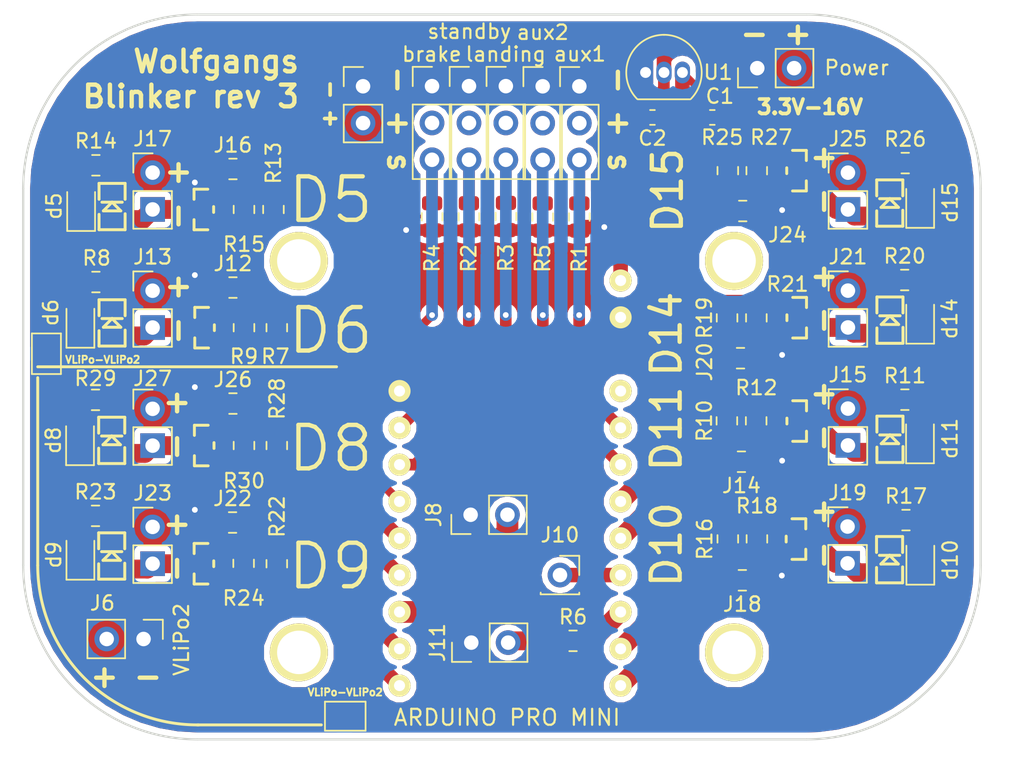
<source format=kicad_pcb>
(kicad_pcb (version 20171130) (host pcbnew 5.0.1)
  (layers (0 F.Cu signal) (31 B.Cu signal) (34 B.Paste user) (35 F.Paste user) (36 B.SilkS user) (37 F.SilkS user) (38 B.Mask user) (39 F.Mask user) (44 Edge.Cuts user))
  (net 0 "")
  (net 1 "Net-(D1-Pad2)")
  (net 2 "Net-(D1-Pad1)")
  (net 3 "Net-(D3-Pad1)")
  (net 4 "Net-(D3-Pad2)")
  (net 5 "Net-(D5-Pad1)")
  (net 6 "Net-(D5-Pad2)")
  (net 7 "Net-(D7-Pad1)")
  (net 8 "Net-(D7-Pad2)")
  (net 9 "Net-(D9-Pad2)")
  (net 10 "Net-(D10-PadA)")
  (net 11 "Net-(D11-Pad2)")
  (net 12 "Net-(D11-Pad1)")
  (net 13 "Net-(D13-Pad1)")
  (net 14 "Net-(D13-Pad2)")
  (net 15 "Net-(D15-Pad2)")
  (net 16 "Net-(D15-Pad1)")
  (net 17 GND)
  (net 18 "Net-(Q1-PadG)")
  (net 19 "Net-(Q2-PadG)")
  (net 20 "Net-(Q3-PadG)")
  (net 21 "Net-(Q4-PadG)")
  (net 22 "Net-(Q5-PadG)")
  (net 23 "Net-(Q6-PadG)")
  (net 24 "Net-(Q7-PadG)")
  (net 25 "Net-(Q8-PadG)")
  (net 26 "Net-(J1-Pad3)")
  (net 27 "Net-(J2-Pad3)")
  (net 28 D6_sig)
  (net 29 D11_sig)
  (net 30 D5_sig)
  (net 31 D10_sig)
  (net 32 D9_sig)
  (net 33 D8_sig)
  (net 34 VLiPo)
  (net 35 D14_sig)
  (net 36 D15_sig)
  (net 37 VLiPo2)
  (net 38 "Net-(J4-Pad3)")
  (net 39 "Net-(J5-Pad3)")
  (net 40 "Net-(J3-Pad3)")
  (net 41 "Net-(R6-Pad2)")
  (net 42 "Net-(J8-Pad2)")
  (net 43 "Net-(J10-Pad1)")
  (net 44 "Net-(J11-Pad2)")
  (net 45 "Net-(C1-Pad1)")
  (module Jumper:SolderJumper-2_P1.3mm_Open_Pad1.0x1.5mm (layer F.Cu) (at 87.6 100.4 270)
    (fp_text reference VLiPo-VLiPo2 (at 0.41 -3.88) (layer F.SilkS) (effects (font (size 0.5 0.5) (thickness 0.125))))
    (fp_text value R)
    (pad 1 smd rect (at -0.65 0 270) (size 1 1.5) (layers F.Cu F.Mask) (net 34 VLiPo))
    (pad 2 smd rect (at 0.65 0 270) (size 1 1.5) (layers F.Cu F.Mask) (net 37 VLiPo2))
  )
  (module Connector_PinHeader_2.54mm:PinHeader_1x02_P2.54mm_Vertical (layer F.Cu) (at 94.9198 112.3442)
    (fp_text reference J23 (at 0 -2.33) (layer F.SilkS))
    (fp_text value output)
    (pad 1 thru_hole oval (at 0 0) (size 1.7 1.7) (drill 1) (layers *.Cu *.Mask) (net 37 VLiPo2))
    (pad 2 thru_hole rect (at 0 2.54) (size 1.7 1.7) (drill 1) (layers *.Cu *.Mask) (net 12 "Net-(D11-Pad1)"))
  )
  (module Connector_PinHeader_2.54mm:PinHeader_1x02_P2.54mm_Vertical (layer F.Cu) (at 142.8496 96.045866)
    (fp_text reference J21 (at 0 -2.33) (layer F.SilkS))
    (fp_text value output)
    (pad 2 thru_hole rect (at 0 2.54) (size 1.7 1.7) (drill 1) (layers *.Cu *.Mask) (net 10 "Net-(D10-PadA)"))
    (pad 1 thru_hole oval (at 0 0) (size 1.7 1.7) (drill 1) (layers *.Cu *.Mask) (net 34 VLiPo))
  )
  (module Connector_PinHeader_2.54mm:PinHeader_1x02_P2.54mm_Vertical (layer F.Cu) (at 142.8242 112.3188)
    (fp_text reference J19 (at 0 -2.33) (layer F.SilkS))
    (fp_text value output)
    (pad 1 thru_hole oval (at 0 0) (size 1.7 1.7) (drill 1) (layers *.Cu *.Mask) (net 34 VLiPo))
    (pad 2 thru_hole rect (at 0 2.54) (size 1.7 1.7) (drill 1) (layers *.Cu *.Mask) (net 7 "Net-(D7-Pad1)"))
  )
  (module Connector_PinHeader_2.54mm:PinHeader_1x02_P2.54mm_Vertical (layer F.Cu) (at 94.9198 87.906401)
    (fp_text reference J17 (at 0 -2.33) (layer F.SilkS))
    (fp_text value output)
    (pad 2 thru_hole rect (at 0 2.54) (size 1.7 1.7) (drill 1) (layers *.Cu *.Mask) (net 5 "Net-(D5-Pad1)"))
    (pad 1 thru_hole oval (at 0 0) (size 1.7 1.7) (drill 1) (layers *.Cu *.Mask) (net 34 VLiPo))
  )
  (module Connector_PinHeader_2.54mm:PinHeader_1x02_P2.54mm_Vertical (layer F.Cu) (at 142.8496 104.182332)
    (fp_text reference J15 (at 0 -2.33) (layer F.SilkS))
    (fp_text value output)
    (pad 1 thru_hole oval (at 0 0) (size 1.7 1.7) (drill 1) (layers *.Cu *.Mask) (net 34 VLiPo))
    (pad 2 thru_hole rect (at 0 2.54) (size 1.7 1.7) (drill 1) (layers *.Cu *.Mask) (net 3 "Net-(D3-Pad1)"))
  )
  (module Connector_PinHeader_2.54mm:PinHeader_1x02_P2.54mm_Vertical (layer F.Cu) (at 94.9198 96.052334)
    (fp_text reference J13 (at 0 -2.33) (layer F.SilkS))
    (fp_text value output)
    (pad 1 thru_hole oval (at 0 0) (size 1.7 1.7) (drill 1) (layers *.Cu *.Mask) (net 34 VLiPo))
    (pad 2 thru_hole rect (at 0 2.54) (size 1.7 1.7) (drill 1) (layers *.Cu *.Mask) (net 2 "Net-(D1-Pad1)"))
  )
  (module Connector_PinHeader_2.54mm:PinHeader_1x02_P2.54mm_Vertical (layer F.Cu) (at 116.88572 120.32488 90)
    (fp_text reference J11 (at 0 -2.33 90) (layer F.SilkS))
    (fp_text value buzz)
    (pad 2 thru_hole oval (at 0 2.54 90) (size 1.7 1.7) (drill 1) (layers *.Cu *.Mask) (net 44 "Net-(J11-Pad2)"))
    (pad 1 thru_hole rect (at 0 0 90) (size 1.7 1.7) (drill 1) (layers *.Cu *.Mask) (net 17 GND))
  )
  (module Connector_PinHeader_2.54mm:PinHeader_1x02_P2.54mm_Vertical (layer F.Cu) (at 142.8496 87.9094)
    (fp_text reference J25 (at 0 -2.33) (layer F.SilkS))
    (fp_text value output)
    (pad 1 thru_hole oval (at 0 0) (size 1.7 1.7) (drill 1) (layers *.Cu *.Mask) (net 34 VLiPo))
    (pad 2 thru_hole rect (at 0 2.54) (size 1.7 1.7) (drill 1) (layers *.Cu *.Mask) (net 13 "Net-(D13-Pad1)"))
  )
  (module Connector_PinHeader_2.54mm:PinHeader_1x02_P2.54mm_Vertical (layer F.Cu) (at 94.29496 120.07596 270)
    (fp_text reference J6 (at -2.47596 2.83496) (layer F.SilkS))
    (fp_text value VLiPo2 (at 0.03404 -2.61504 90) (layer F.SilkS))
    (pad 1 thru_hole rect (at 0 0 270) (size 1.7 1.7) (drill 1) (layers *.Cu *.Mask) (net 17 GND))
    (pad 2 thru_hole oval (at 0 2.54 270) (size 1.7 1.7) (drill 1) (layers *.Cu *.Mask) (net 37 VLiPo2))
  )
  (module Resistor_SMD:R_0805_2012Metric (layer F.Cu) (at 100.4316 112.0394)
    (fp_text reference J22 (at 0 -1.65) (layer F.SilkS))
    (fp_text value Conn_01x02_Female)
    (pad 1 smd roundrect (at -0.9375 0) (size 0.975 1.4) (layers F.Cu F.Paste F.Mask) (net 17 GND))
    (pad 2 smd roundrect (at 0.9375 0) (size 0.975 1.4) (layers F.Cu F.Paste F.Mask) (net 32 D9_sig))
  )
  (module Connector_PinSocket_2.54mm:PinSocket_1x01_P2.54mm_Vertical (layer F.Cu) (at 123 115.66652)
    (fp_text reference J10 (at 0 -2.77) (layer F.SilkS))
    (fp_text value DBG_PIN)
    (pad 1 thru_hole oval (at 0 0) (size 1.7 1.7) (drill 1) (layers *.Cu *.Mask) (net 43 "Net-(J10-Pad1)"))
  )
  (module Resistor_SMD:R_0805_2012Metric (layer F.Cu) (at 100.457 95.8342)
    (fp_text reference J12 (at 0 -1.65) (layer F.SilkS))
    (fp_text value Conn_01x02_Female)
    (pad 2 smd roundrect (at 0.9375 0) (size 0.975 1.4) (layers F.Cu F.Paste F.Mask) (net 28 D6_sig))
    (pad 1 smd roundrect (at -0.9375 0) (size 0.975 1.4) (layers F.Cu F.Paste F.Mask) (net 17 GND))
  )
  (module Resistor_SMD:R_0805_2012Metric (layer F.Cu) (at 135.509 107.8484 180)
    (fp_text reference J14 (at 0 -1.65 180) (layer F.SilkS))
    (fp_text value Conn_01x02_Female)
    (pad 1 smd roundrect (at -0.9375 0 180) (size 0.975 1.4) (layers F.Cu F.Paste F.Mask) (net 17 GND))
    (pad 2 smd roundrect (at 0.9375 0 180) (size 0.975 1.4) (layers F.Cu F.Paste F.Mask) (net 29 D11_sig))
  )
  (module Resistor_SMD:R_0805_2012Metric (layer F.Cu) (at 100.457 87.6554)
    (fp_text reference J16 (at 0 -1.65) (layer F.SilkS))
    (fp_text value Conn_01x02_Female)
    (pad 2 smd roundrect (at 0.9375 0) (size 0.975 1.4) (layers F.Cu F.Paste F.Mask) (net 30 D5_sig))
    (pad 1 smd roundrect (at -0.9375 0) (size 0.975 1.4) (layers F.Cu F.Paste F.Mask) (net 17 GND))
  )
  (module Resistor_SMD:R_0805_2012Metric (layer F.Cu) (at 135.5725 116.0272 180)
    (fp_text reference J18 (at 0 -1.65 180) (layer F.SilkS))
    (fp_text value Conn_01x02_Female)
    (pad 1 smd roundrect (at -0.9375 0 180) (size 0.975 1.4) (layers F.Cu F.Paste F.Mask) (net 17 GND))
    (pad 2 smd roundrect (at 0.9375 0 180) (size 0.975 1.4) (layers F.Cu F.Paste F.Mask) (net 31 D10_sig))
  )
  (module Resistor_SMD:R_0805_2012Metric (layer F.Cu) (at 135.4455 100.7077 180)
    (fp_text reference J20 (at 2.4765 -0.2573 270) (layer F.SilkS))
    (fp_text value Conn_01x02_Female)
    (pad 2 smd roundrect (at 0.9375 0 180) (size 0.975 1.4) (layers F.Cu F.Paste F.Mask) (net 35 D14_sig))
    (pad 1 smd roundrect (at -0.9375 0 180) (size 0.975 1.4) (layers F.Cu F.Paste F.Mask) (net 17 GND))
  )
  (module Resistor_SMD:R_0805_2012Metric (layer F.Cu) (at 135.5979 90.5543 180)
    (fp_text reference J24 (at -3.0861 -1.6477 180) (layer F.SilkS))
    (fp_text value Conn_01x02_Female)
    (pad 1 smd roundrect (at -0.9375 0 180) (size 0.975 1.4) (layers F.Cu F.Paste F.Mask) (net 17 GND))
    (pad 2 smd roundrect (at 0.9375 0 180) (size 0.975 1.4) (layers F.Cu F.Paste F.Mask) (net 36 D15_sig))
  )
  (module Resistor_SMD:R_0805_2012Metric (layer F.Cu) (at 100.457 103.8352)
    (fp_text reference J26 (at 0 -1.65) (layer F.SilkS))
    (fp_text value Conn_01x02_Female)
    (pad 1 smd roundrect (at -0.9375 0) (size 0.975 1.4) (layers F.Cu F.Paste F.Mask) (net 17 GND))
    (pad 2 smd roundrect (at 0.9375 0) (size 0.975 1.4) (layers F.Cu F.Paste F.Mask) (net 33 D8_sig))
  )
  (module freetronics_footprints:1pin_prototyping (layer F.Cu) (at 135 94)
    (fp_text reference 1pin_prototyping hide)
    (fp_text value val** hide)
    (pad 1 thru_hole circle (at 0 0) (size 4 4) (drill 3) (layers *.Cu *.Mask F.SilkS))
  )
  (module freetronics_footprints:1pin_prototyping (layer F.Cu) (at 105 94)
    (fp_text reference 1pin_prototyping hide)
    (fp_text value val** hide)
    (pad 1 thru_hole circle (at 0 0) (size 4 4) (drill 3) (layers *.Cu *.Mask F.SilkS))
  )
  (module freetronics_footprints:1pin_prototyping (layer F.Cu) (at 135 121)
    (fp_text reference 1pin_prototyping hide)
    (fp_text value val** hide)
    (pad 1 thru_hole circle (at 0 0) (size 4 4) (drill 3) (layers *.Cu *.Mask F.SilkS))
  )
  (module Connector_PinHeader_2.54mm:PinHeader_1x02_P2.54mm_Vertical (layer F.Cu) (at 94.9198 104.198267)
    (fp_text reference J27 (at 0 -2.090267) (layer F.SilkS))
    (fp_text value output)
    (pad 1 thru_hole oval (at 0 0) (size 1.7 1.7) (drill 1) (layers *.Cu *.Mask) (net 37 VLiPo2))
    (pad 2 thru_hole rect (at 0 2.54) (size 1.7 1.7) (drill 1) (layers *.Cu *.Mask) (net 16 "Net-(D15-Pad1)"))
  )
  (module freetronics_footprints:1pin_prototyping (layer F.Cu) (at 105 121)
    (fp_text reference 1pin_prototyping hide)
    (fp_text value val** hide)
    (pad 1 thru_hole circle (at 0 0) (size 4 4) (drill 3) (layers *.Cu *.Mask F.SilkS))
  )
  (module ArduProMiniTKB:ArduProMini-6 (layer F.Cu) (at 109.4 89)
    (fp_text reference uP1 hide)
    (fp_text value "ARDUINO PRO MINI" (at 9.95 36.49 180) (layer F.SilkS) (effects (font (size 1.1 1.1))))
    (pad 10 thru_hole circle (at 2.54 13.97) (size 1.524 1.524) (drill 0.762) (layers *.Cu *.Mask F.SilkS) (net 17 GND))
    (pad 11 thru_hole circle (at 2.54 16.51) (size 1.524 1.524) (drill 0.762) (layers *.Cu *.Mask F.SilkS) (net 38 "Net-(J4-Pad3)"))
    (pad 12 thru_hole circle (at 2.54 19.05) (size 1.524 1.524) (drill 0.762) (layers *.Cu *.Mask F.SilkS) (net 39 "Net-(J5-Pad3)"))
    (pad 13 thru_hole circle (at 2.54 21.59) (size 1.524 1.524) (drill 0.762) (layers *.Cu *.Mask F.SilkS) (net 27 "Net-(J2-Pad3)"))
    (pad 14 thru_hole circle (at 2.54 24.13) (size 1.524 1.524) (drill 0.762) (layers *.Cu *.Mask F.SilkS) (net 30 D5_sig))
    (pad 15 thru_hole circle (at 2.54 26.67) (size 1.524 1.524) (drill 0.762) (layers *.Cu *.Mask F.SilkS) (net 28 D6_sig))
    (pad 16 thru_hole circle (at 2.54 29.21) (size 1.524 1.524) (drill 0.762) (layers *.Cu *.Mask F.SilkS) (net 42 "Net-(J8-Pad2)"))
    (pad 17 thru_hole circle (at 2.54 31.75) (size 1.524 1.524) (drill 0.762) (layers *.Cu *.Mask F.SilkS) (net 33 D8_sig))
    (pad 18 thru_hole circle (at 2.54 34.29) (size 1.524 1.524) (drill 0.762) (layers *.Cu *.Mask F.SilkS) (net 32 D9_sig))
    (pad 19 thru_hole circle (at 17.78 6.35) (size 1.524 1.524) (drill 0.762) (layers *.Cu *.Mask F.SilkS) (net 45 "Net-(C1-Pad1)"))
    (pad 20 thru_hole circle (at 17.78 8.89) (size 1.524 1.524) (drill 0.762) (layers *.Cu *.Mask F.SilkS) (net 17 GND))
    (pad 22 thru_hole circle (at 17.78 13.97) (size 1.524 1.524) (drill 0.762) (layers *.Cu *.Mask F.SilkS))
    (pad 23 thru_hole circle (at 17.78 16.51) (size 1.524 1.524) (drill 0.762) (layers *.Cu *.Mask F.SilkS) (net 26 "Net-(J1-Pad3)"))
    (pad 24 thru_hole circle (at 17.78 19.05) (size 1.524 1.524) (drill 0.762) (layers *.Cu *.Mask F.SilkS) (net 40 "Net-(J3-Pad3)"))
    (pad 25 thru_hole circle (at 17.78 21.59) (size 1.524 1.524) (drill 0.762) (layers *.Cu *.Mask F.SilkS) (net 36 D15_sig))
    (pad 26 thru_hole circle (at 17.78 24.13) (size 1.524 1.524) (drill 0.762) (layers *.Cu *.Mask F.SilkS) (net 35 D14_sig))
    (pad 27 thru_hole circle (at 17.78 26.67) (size 1.524 1.524) (drill 0.762) (layers *.Cu *.Mask F.SilkS) (net 43 "Net-(J10-Pad1)"))
    (pad 28 thru_hole circle (at 17.78 29.21) (size 1.524 1.524) (drill 0.762) (layers *.Cu *.Mask F.SilkS) (net 41 "Net-(R6-Pad2)"))
    (pad 29 thru_hole circle (at 17.78 31.75) (size 1.524 1.524) (drill 0.762) (layers *.Cu *.Mask F.SilkS) (net 29 D11_sig))
    (pad 30 thru_hole circle (at 17.78 34.29) (size 1.524 1.524) (drill 0.762) (layers *.Cu *.Mask F.SilkS) (net 31 D10_sig))
  )
  (module LED_SMD:LED_0805_2012Metric (layer F.Cu) (at 89.9414 98.298 90)
    (fp_text reference d6 (at 0.738 -2.0414 90) (layer F.SilkS))
    (fp_text value LED)
    (pad 1 smd roundrect (at -0.9375 0 90) (size 0.975 1.4) (layers F.Cu F.Paste F.Mask) (net 2 "Net-(D1-Pad1)"))
    (pad 2 smd roundrect (at 0.9375 0 90) (size 0.975 1.4) (layers F.Cu F.Paste F.Mask) (net 1 "Net-(D1-Pad2)"))
  )
  (module freetronics_footprints:LED-0805 (layer F.Cu) (at 92.1258 98.2726 90)
    (fp_text reference D2)
    (fp_text value DIODE)
    (pad A smd rect (at -0.89916 0 90) (size 0.79756 1.19888) (layers F.Cu F.Paste F.Mask) (net 2 "Net-(D1-Pad1)"))
    (pad K smd rect (at 0.89916 0 90) (size 0.79756 1.19888) (layers F.Cu F.Paste F.Mask) (net 34 VLiPo))
  )
  (module LED_SMD:LED_0805_2012Metric (layer F.Cu) (at 147.8153 106.2713 90)
    (fp_text reference d11 (at 0.0204 2.0691 90) (layer F.SilkS))
    (fp_text value LED)
    (pad 1 smd roundrect (at -0.9375 0 90) (size 0.975 1.4) (layers F.Cu F.Paste F.Mask) (net 3 "Net-(D3-Pad1)"))
    (pad 2 smd roundrect (at 0.9375 0 90) (size 0.975 1.4) (layers F.Cu F.Paste F.Mask) (net 4 "Net-(D3-Pad2)"))
  )
  (module freetronics_footprints:LED-0805 (layer F.Cu) (at 145.7452 106.30154 90)
    (fp_text reference D4)
    (fp_text value DIODE)
    (pad A smd rect (at -0.89916 0 90) (size 0.79756 1.19888) (layers F.Cu F.Paste F.Mask) (net 3 "Net-(D3-Pad1)"))
    (pad K smd rect (at 0.89916 0 90) (size 0.79756 1.19888) (layers F.Cu F.Paste F.Mask) (net 34 VLiPo))
  )
  (module LED_SMD:LED_0805_2012Metric (layer F.Cu) (at 89.9922 90.2462 90)
    (fp_text reference d5 (at 0.03 -1.8664 270) (layer F.SilkS))
    (fp_text value LED)
    (pad 2 smd roundrect (at 0.9375 0 90) (size 0.975 1.4) (layers F.Cu F.Paste F.Mask) (net 6 "Net-(D5-Pad2)"))
    (pad 1 smd roundrect (at -0.9375 0 90) (size 0.975 1.4) (layers F.Cu F.Paste F.Mask) (net 5 "Net-(D5-Pad1)"))
  )
  (module freetronics_footprints:LED-0805 (layer F.Cu) (at 92.1258 90.2462 90)
    (fp_text reference D6)
    (fp_text value DIODE)
    (pad K smd rect (at 0.89916 0 90) (size 0.79756 1.19888) (layers F.Cu F.Paste F.Mask) (net 34 VLiPo))
    (pad A smd rect (at -0.89916 0 90) (size 0.79756 1.19888) (layers F.Cu F.Paste F.Mask) (net 5 "Net-(D5-Pad1)"))
  )
  (module LED_SMD:LED_0805_2012Metric (layer F.Cu) (at 147.8407 114.6429 90)
    (fp_text reference d10 (at 0.01254 2.05894 90) (layer F.SilkS))
    (fp_text value LED)
    (pad 2 smd roundrect (at 0.9375 0 90) (size 0.975 1.4) (layers F.Cu F.Paste F.Mask) (net 8 "Net-(D7-Pad2)"))
    (pad 1 smd roundrect (at -0.9375 0 90) (size 0.975 1.4) (layers F.Cu F.Paste F.Mask) (net 7 "Net-(D7-Pad1)"))
  )
  (module freetronics_footprints:LED-0805 (layer F.Cu) (at 145.7198 114.6048 90)
    (fp_text reference D8)
    (fp_text value DIODE)
    (pad K smd rect (at 0.89916 0 90) (size 0.79756 1.19888) (layers F.Cu F.Paste F.Mask) (net 34 VLiPo))
    (pad A smd rect (at -0.89916 0 90) (size 0.79756 1.19888) (layers F.Cu F.Paste F.Mask) (net 7 "Net-(D7-Pad1)"))
  )
  (module LED_SMD:LED_0805_2012Metric (layer F.Cu) (at 147.828 98.0186 90)
    (fp_text reference d14 (at 0.0354 2.0437 90) (layer F.SilkS))
    (fp_text value LED)
    (pad 2 smd roundrect (at 0.9375 0 90) (size 0.975 1.4) (layers F.Cu F.Paste F.Mask) (net 9 "Net-(D9-Pad2)"))
    (pad 1 smd roundrect (at -0.9375 0 90) (size 0.975 1.4) (layers F.Cu F.Paste F.Mask) (net 10 "Net-(D10-PadA)"))
  )
  (module freetronics_footprints:LED-0805 (layer F.Cu) (at 145.7452 98.0821 90)
    (fp_text reference D10)
    (fp_text value DIODE)
    (pad A smd rect (at -0.89916 0 90) (size 0.79756 1.19888) (layers F.Cu F.Paste F.Mask) (net 10 "Net-(D10-PadA)"))
    (pad K smd rect (at 0.89916 0 90) (size 0.79756 1.19888) (layers F.Cu F.Paste F.Mask) (net 34 VLiPo))
  )
  (module LED_SMD:LED_0805_2012Metric (layer F.Cu) (at 89.9414 114.3 90)
    (fp_text reference d9 (at 0.03 -1.84 90) (layer F.SilkS))
    (fp_text value LED)
    (pad 1 smd roundrect (at -0.9375 0 90) (size 0.975 1.4) (layers F.Cu F.Paste F.Mask) (net 12 "Net-(D11-Pad1)"))
    (pad 2 smd roundrect (at 0.9375 0 90) (size 0.975 1.4) (layers F.Cu F.Paste F.Mask) (net 11 "Net-(D11-Pad2)"))
  )
  (module freetronics_footprints:LED-0805 (layer F.Cu) (at 92.1004 114.3508 90)
    (fp_text reference D12)
    (fp_text value DIODE)
    (pad K smd rect (at 0.89916 0 90) (size 0.79756 1.19888) (layers F.Cu F.Paste F.Mask) (net 37 VLiPo2))
    (pad A smd rect (at -0.89916 0 90) (size 0.79756 1.19888) (layers F.Cu F.Paste F.Mask) (net 12 "Net-(D11-Pad1)"))
  )
  (module LED_SMD:LED_0805_2012Metric (layer F.Cu) (at 147.828 90.0303 90)
    (fp_text reference d15 (at 0.0608 2.0691 90) (layer F.SilkS))
    (fp_text value LED)
    (pad 2 smd roundrect (at 0.9375 0 90) (size 0.975 1.4) (layers F.Cu F.Paste F.Mask) (net 14 "Net-(D13-Pad2)"))
    (pad 1 smd roundrect (at -0.9375 0 90) (size 0.975 1.4) (layers F.Cu F.Paste F.Mask) (net 13 "Net-(D13-Pad1)"))
  )
  (module freetronics_footprints:LED-0805 (layer F.Cu) (at 145.7325 90.0049 90)
    (fp_text reference D14)
    (fp_text value DIODE)
    (pad A smd rect (at -0.89916 0 90) (size 0.79756 1.19888) (layers F.Cu F.Paste F.Mask) (net 13 "Net-(D13-Pad1)"))
    (pad K smd rect (at 0.89916 0 90) (size 0.79756 1.19888) (layers F.Cu F.Paste F.Mask) (net 34 VLiPo))
  )
  (module LED_SMD:LED_0805_2012Metric (layer F.Cu) (at 89.916 106.4006 90)
    (fp_text reference d8 (at 0.03 -1.84 90) (layer F.SilkS))
    (fp_text value LED)
    (pad 1 smd roundrect (at -0.9375 0 90) (size 0.975 1.4) (layers F.Cu F.Paste F.Mask) (net 16 "Net-(D15-Pad1)"))
    (pad 2 smd roundrect (at 0.9375 0 90) (size 0.975 1.4) (layers F.Cu F.Paste F.Mask) (net 15 "Net-(D15-Pad2)"))
  )
  (module freetronics_footprints:LED-0805 (layer F.Cu) (at 92.1004 106.3752 90)
    (fp_text reference D16)
    (fp_text value DIODE)
    (pad K smd rect (at 0.89916 0 90) (size 0.79756 1.19888) (layers F.Cu F.Paste F.Mask) (net 37 VLiPo2))
    (pad A smd rect (at -0.89916 0 90) (size 0.79756 1.19888) (layers F.Cu F.Paste F.Mask) (net 16 "Net-(D15-Pad1)"))
  )
  (module Connector_PinHeader_2.54mm:PinHeader_1x03_P2.54mm_Vertical (layer F.Cu) (at 124.33554 81.9531)
    (fp_text reference J1 hide)
    (fp_text value aux1 (at 0.03302 -2.22758 180) (layer F.SilkS))
    (pad 3 thru_hole oval (at 0 5.08) (size 1.7 1.7) (drill 1) (layers *.Cu *.Mask) (net 26 "Net-(J1-Pad3)"))
    (pad 2 thru_hole oval (at 0 2.54) (size 1.7 1.7) (drill 1) (layers *.Cu *.Mask))
    (pad 1 thru_hole rect (at 0 0) (size 1.7 1.7) (drill 1) (layers *.Cu *.Mask) (net 17 GND))
  )
  (module Connector_PinHeader_2.54mm:PinHeader_1x03_P2.54mm_Vertical (layer F.Cu) (at 114.180241 81.940601)
    (fp_text reference J2 hide)
    (fp_text value brake (at -0.017401 -2.199841 180) (layer F.SilkS))
    (pad 1 thru_hole rect (at 0 0) (size 1.7 1.7) (drill 1) (layers *.Cu *.Mask) (net 17 GND))
    (pad 2 thru_hole oval (at 0 2.54) (size 1.7 1.7) (drill 1) (layers *.Cu *.Mask))
    (pad 3 thru_hole oval (at 0 5.08) (size 1.7 1.7) (drill 1) (layers *.Cu *.Mask) (net 27 "Net-(J2-Pad3)"))
  )
  (module Connector_PinHeader_2.54mm:PinHeader_1x03_P2.54mm_Vertical (layer F.Cu) (at 121.80824 81.9531)
    (fp_text reference J3 hide)
    (fp_text value aux2 (at 0.00508 -3.7211 180) (layer F.SilkS))
    (pad 1 thru_hole rect (at 0 0) (size 1.7 1.7) (drill 1) (layers *.Cu *.Mask) (net 17 GND))
    (pad 2 thru_hole oval (at 0 2.54) (size 1.7 1.7) (drill 1) (layers *.Cu *.Mask))
    (pad 3 thru_hole oval (at 0 5.08) (size 1.7 1.7) (drill 1) (layers *.Cu *.Mask) (net 40 "Net-(J3-Pad3)"))
  )
  (module Connector_PinHeader_2.54mm:PinHeader_1x03_P2.54mm_Vertical (layer F.Cu) (at 116.72824 81.940601)
    (fp_text reference J4 hide)
    (fp_text value standby (at 0.0254 -3.774641 180) (layer F.SilkS))
    (pad 1 thru_hole rect (at 0 0) (size 1.7 1.7) (drill 1) (layers *.Cu *.Mask) (net 17 GND))
    (pad 2 thru_hole oval (at 0 2.54) (size 1.7 1.7) (drill 1) (layers *.Cu *.Mask))
    (pad 3 thru_hole oval (at 0 5.08) (size 1.7 1.7) (drill 1) (layers *.Cu *.Mask) (net 38 "Net-(J4-Pad3)"))
  )
  (module Connector_PinHeader_2.54mm:PinHeader_1x03_P2.54mm_Vertical (layer F.Cu) (at 119.26824 81.940601)
    (fp_text reference J5 hide)
    (fp_text value landing (at -0.01016 -2.199841 180) (layer F.SilkS))
    (pad 3 thru_hole oval (at 0 5.08) (size 1.7 1.7) (drill 1) (layers *.Cu *.Mask) (net 39 "Net-(J5-Pad3)"))
    (pad 2 thru_hole oval (at 0 2.54) (size 1.7 1.7) (drill 1) (layers *.Cu *.Mask))
    (pad 1 thru_hole rect (at 0 0) (size 1.7 1.7) (drill 1) (layers *.Cu *.Mask) (net 17 GND))
  )
  (module Connector_PinHeader_2.54mm:PinHeader_1x02_P2.54mm_Vertical (layer F.Cu) (at 136.6 80.7 90)
    (fp_text reference Power (at 0.03 6.85 180) (layer F.SilkS))
    (fp_text value power)
    (pad 2 thru_hole oval (at 0 2.54 90) (size 1.7 1.7) (drill 1) (layers *.Cu *.Mask) (net 34 VLiPo))
    (pad 1 thru_hole rect (at 0 0 90) (size 1.7 1.7) (drill 1) (layers *.Cu *.Mask) (net 17 GND))
  )
  (module Connector_PinHeader_2.54mm:PinHeader_1x02_P2.54mm_Vertical (layer F.Cu) (at 109.425 81.95)
    (fp_text reference J7 hide)
    (fp_text value vlipo hide)
    (pad 2 thru_hole oval (at 0 2.54) (size 1.7 1.7) (drill 1) (layers *.Cu *.Mask) (net 34 VLiPo))
    (pad 1 thru_hole rect (at 0 0) (size 1.7 1.7) (drill 1) (layers *.Cu *.Mask) (net 17 GND))
  )
  (module freetronics_footprints:SOT23_FET (layer F.Cu) (at 98.5266 98.6028 90)
    (fp_text reference Q1)
    (fp_text value MOSFET_N hide)
    (pad S smd rect (at 0.94996 1.00076 90) (size 0.8001 0.89916) (layers F.Cu F.Paste F.Mask) (net 17 GND))
    (pad G smd rect (at -0.94996 1.00076 90) (size 0.8001 0.89916) (layers F.Cu F.Paste F.Mask) (net 18 "Net-(Q1-PadG)"))
    (pad D smd rect (at 0 -1.09982 90) (size 0.8001 0.89916) (layers F.Cu F.Paste F.Mask) (net 2 "Net-(D1-Pad1)"))
  )
  (module freetronics_footprints:SOT23_FET (layer F.Cu) (at 139.2936 105.0417 270)
    (fp_text reference Q2)
    (fp_text value MOSFET_N hide)
    (pad D smd rect (at 0 -1.09982 270) (size 0.8001 0.89916) (layers F.Cu F.Paste F.Mask) (net 3 "Net-(D3-Pad1)"))
    (pad G smd rect (at -0.94996 1.00076 270) (size 0.8001 0.89916) (layers F.Cu F.Paste F.Mask) (net 19 "Net-(Q2-PadG)"))
    (pad S smd rect (at 0.94996 1.00076 270) (size 0.8001 0.89916) (layers F.Cu F.Paste F.Mask) (net 17 GND))
  )
  (module freetronics_footprints:SOT23_FET (layer F.Cu) (at 98.4758 90.4494 90)
    (fp_text reference Q3)
    (fp_text value MOSFET_N hide)
    (pad D smd rect (at 0 -1.09982 90) (size 0.8001 0.89916) (layers F.Cu F.Paste F.Mask) (net 5 "Net-(D5-Pad1)"))
    (pad G smd rect (at -0.94996 1.00076 90) (size 0.8001 0.89916) (layers F.Cu F.Paste F.Mask) (net 20 "Net-(Q3-PadG)"))
    (pad S smd rect (at 0.94996 1.00076 90) (size 0.8001 0.89916) (layers F.Cu F.Paste F.Mask) (net 17 GND))
  )
  (module freetronics_footprints:SOT23_FET (layer F.Cu) (at 139.2428 113.1824 270)
    (fp_text reference Q4)
    (fp_text value MOSFET_N hide)
    (pad S smd rect (at 0.94996 1.00076 270) (size 0.8001 0.89916) (layers F.Cu F.Paste F.Mask) (net 17 GND))
    (pad G smd rect (at -0.94996 1.00076 270) (size 0.8001 0.89916) (layers F.Cu F.Paste F.Mask) (net 21 "Net-(Q4-PadG)"))
    (pad D smd rect (at 0 -1.09982 270) (size 0.8001 0.89916) (layers F.Cu F.Paste F.Mask) (net 7 "Net-(D7-Pad1)"))
  )
  (module freetronics_footprints:SOT23_FET (layer F.Cu) (at 139.2936 97.9137 270)
    (fp_text reference Q5)
    (fp_text value MOSFET_N hide)
    (pad D smd rect (at 0 -1.09982 270) (size 0.8001 0.89916) (layers F.Cu F.Paste F.Mask) (net 10 "Net-(D10-PadA)"))
    (pad G smd rect (at -0.94996 1.00076 270) (size 0.8001 0.89916) (layers F.Cu F.Paste F.Mask) (net 22 "Net-(Q5-PadG)"))
    (pad S smd rect (at 0.94996 1.00076 270) (size 0.8001 0.89916) (layers F.Cu F.Paste F.Mask) (net 17 GND))
  )
  (module freetronics_footprints:SOT23_FET (layer F.Cu) (at 98.48342 114.8842 90)
    (fp_text reference Q6)
    (fp_text value MOSFET_N hide)
    (pad S smd rect (at 0.94996 1.00076 90) (size 0.8001 0.89916) (layers F.Cu F.Paste F.Mask) (net 17 GND))
    (pad G smd rect (at -0.94996 1.00076 90) (size 0.8001 0.89916) (layers F.Cu F.Paste F.Mask) (net 23 "Net-(Q6-PadG)"))
    (pad D smd rect (at 0 -1.09982 90) (size 0.8001 0.89916) (layers F.Cu F.Paste F.Mask) (net 12 "Net-(D11-Pad1)"))
  )
  (module freetronics_footprints:SOT23_FET (layer F.Cu) (at 139.2809 87.773 270)
    (fp_text reference Q7)
    (fp_text value MOSFET_N hide)
    (pad D smd rect (at 0 -1.09982 270) (size 0.8001 0.89916) (layers F.Cu F.Paste F.Mask) (net 13 "Net-(D13-Pad1)"))
    (pad G smd rect (at -0.94996 1.00076 270) (size 0.8001 0.89916) (layers F.Cu F.Paste F.Mask) (net 24 "Net-(Q7-PadG)"))
    (pad S smd rect (at 0.94996 1.00076 270) (size 0.8001 0.89916) (layers F.Cu F.Paste F.Mask) (net 17 GND))
  )
  (module freetronics_footprints:SOT23_FET (layer F.Cu) (at 98.5012 106.7308 90)
    (fp_text reference Q8)
    (fp_text value MOSFET_N hide)
    (pad S smd rect (at 0.94996 1.00076 90) (size 0.8001 0.89916) (layers F.Cu F.Paste F.Mask) (net 17 GND))
    (pad G smd rect (at -0.94996 1.00076 90) (size 0.8001 0.89916) (layers F.Cu F.Paste F.Mask) (net 25 "Net-(Q8-PadG)"))
    (pad D smd rect (at 0 -1.09982 90) (size 0.8001 0.89916) (layers F.Cu F.Paste F.Mask) (net 16 "Net-(D15-Pad1)"))
  )
  (module Resistor_SMD:R_0805_2012Metric (layer F.Cu) (at 124.33554 90.9701 270)
    (fp_text reference R1 (at 2.8575 0.001 270) (layer F.SilkS))
    (fp_text value R)
    (pad 1 smd roundrect (at -0.9375 0 270) (size 0.975 1.4) (layers F.Cu F.Paste F.Mask) (net 26 "Net-(J1-Pad3)"))
    (pad 2 smd roundrect (at 0.9375 0 270) (size 0.975 1.4) (layers F.Cu F.Paste F.Mask) (net 17 GND))
  )
  (module Resistor_SMD:R_0805_2012Metric (layer F.Cu) (at 116.72316 90.9574 270)
    (fp_text reference R2 (at 2.8575 0.001 270) (layer F.SilkS))
    (fp_text value R)
    (pad 2 smd roundrect (at 0.9375 0 270) (size 0.975 1.4) (layers F.Cu F.Paste F.Mask) (net 17 GND))
    (pad 1 smd roundrect (at -0.9375 0 270) (size 0.975 1.4) (layers F.Cu F.Paste F.Mask) (net 38 "Net-(J4-Pad3)"))
  )
  (module Resistor_SMD:R_0805_2012Metric (layer F.Cu) (at 119.2784 90.932 270)
    (fp_text reference R3 (at 2.8575 0.001 270) (layer F.SilkS))
    (fp_text value R)
    (pad 2 smd roundrect (at 0.9375 0 270) (size 0.975 1.4) (layers F.Cu F.Paste F.Mask) (net 17 GND))
    (pad 1 smd roundrect (at -0.9375 0 270) (size 0.975 1.4) (layers F.Cu F.Paste F.Mask) (net 39 "Net-(J5-Pad3)"))
  )
  (module Resistor_SMD:R_0805_2012Metric (layer F.Cu) (at 114.18824 90.9551 270)
    (fp_text reference R4 (at 2.8575 0.001 270) (layer F.SilkS))
    (fp_text value R)
    (pad 2 smd roundrect (at 0.9375 0 270) (size 0.975 1.4) (layers F.Cu F.Paste F.Mask) (net 17 GND))
    (pad 1 smd roundrect (at -0.9375 0 270) (size 0.975 1.4) (layers F.Cu F.Paste F.Mask) (net 27 "Net-(J2-Pad3)"))
  )
  (module Resistor_SMD:R_0805_2012Metric (layer F.Cu) (at 121.80824 90.9701 270)
    (fp_text reference R5 (at 2.8575 0.001 270) (layer F.SilkS))
    (fp_text value R)
    (pad 1 smd roundrect (at -0.9375 0 270) (size 0.975 1.4) (layers F.Cu F.Paste F.Mask) (net 40 "Net-(J3-Pad3)"))
    (pad 2 smd roundrect (at 0.9375 0 270) (size 0.975 1.4) (layers F.Cu F.Paste F.Mask) (net 17 GND))
  )
  (module Resistor_SMD:R_0805_2012Metric (layer F.Cu) (at 123.9012 120.20296)
    (fp_text reference R6 (at 0 -1.65) (layer F.SilkS))
    (fp_text value 100)
    (pad 1 smd roundrect (at -0.9375 0) (size 0.975 1.4) (layers F.Cu F.Paste F.Mask) (net 44 "Net-(J11-Pad2)"))
    (pad 2 smd roundrect (at 0.9375 0) (size 0.975 1.4) (layers F.Cu F.Paste F.Mask) (net 41 "Net-(R6-Pad2)"))
  )
  (module Resistor_SMD:R_0805_2012Metric (layer F.Cu) (at 103.4796 98.6028 90)
    (fp_text reference R7 (at -1.9812 -0.1016 180) (layer F.SilkS))
    (fp_text value 1k)
    (pad 2 smd roundrect (at 0.9375 0 90) (size 0.975 1.4) (layers F.Cu F.Paste F.Mask) (net 28 D6_sig))
    (pad 1 smd roundrect (at -0.9375 0 90) (size 0.975 1.4) (layers F.Cu F.Paste F.Mask) (net 18 "Net-(Q1-PadG)"))
  )
  (module Resistor_SMD:R_0805_2012Metric (layer F.Cu) (at 91.0105 95.4532 180)
    (fp_text reference R8 (at -0.0485 1.651 180) (layer F.SilkS))
    (fp_text value 500)
    (pad 1 smd roundrect (at -0.9375 0 180) (size 0.975 1.4) (layers F.Cu F.Paste F.Mask) (net 34 VLiPo))
    (pad 2 smd roundrect (at 0.9375 0 180) (size 0.975 1.4) (layers F.Cu F.Paste F.Mask) (net 1 "Net-(D1-Pad2)"))
  )
  (module Resistor_SMD:R_0805_2012Metric (layer F.Cu) (at 101.219 98.6028 270)
    (fp_text reference R9 (at 1.9812 0) (layer F.SilkS))
    (fp_text value 100k)
    (pad 1 smd roundrect (at -0.9375 0 270) (size 0.975 1.4) (layers F.Cu F.Paste F.Mask) (net 17 GND))
    (pad 2 smd roundrect (at 0.9375 0 270) (size 0.975 1.4) (layers F.Cu F.Paste F.Mask) (net 18 "Net-(Q1-PadG)"))
  )
  (module Resistor_SMD:R_0805_2012Metric (layer F.Cu) (at 134.5057 105.029 270)
    (fp_text reference R10 (at 0 1.5494 270) (layer F.SilkS))
    (fp_text value 1k)
    (pad 1 smd roundrect (at -0.9375 0 270) (size 0.975 1.4) (layers F.Cu F.Paste F.Mask) (net 19 "Net-(Q2-PadG)"))
    (pad 2 smd roundrect (at 0.9375 0 270) (size 0.975 1.4) (layers F.Cu F.Paste F.Mask) (net 29 D11_sig))
  )
  (module Resistor_SMD:R_0805_2012Metric (layer F.Cu) (at 146.7739 103.5685)
    (fp_text reference R11 (at 0 -1.65) (layer F.SilkS))
    (fp_text value 500)
    (pad 1 smd roundrect (at -0.9375 0) (size 0.975 1.4) (layers F.Cu F.Paste F.Mask) (net 34 VLiPo))
    (pad 2 smd roundrect (at 0.9375 0) (size 0.975 1.4) (layers F.Cu F.Paste F.Mask) (net 4 "Net-(D3-Pad2)"))
  )
  (module Resistor_SMD:R_0805_2012Metric (layer F.Cu) (at 136.525 105.029 90)
    (fp_text reference R12 (at 2.286 0.0127 180) (layer F.SilkS))
    (fp_text value 100k)
    (pad 2 smd roundrect (at 0.9375 0 90) (size 0.975 1.4) (layers F.Cu F.Paste F.Mask) (net 19 "Net-(Q2-PadG)"))
    (pad 1 smd roundrect (at -0.9375 0 90) (size 0.975 1.4) (layers F.Cu F.Paste F.Mask) (net 17 GND))
  )
  (module Resistor_SMD:R_0805_2012Metric (layer F.Cu) (at 103.25 90.4494 90)
    (fp_text reference R13 (at 3.2004 0.001 90) (layer F.SilkS))
    (fp_text value 1k)
    (pad 2 smd roundrect (at 0.9375 0 90) (size 0.975 1.4) (layers F.Cu F.Paste F.Mask) (net 30 D5_sig))
    (pad 1 smd roundrect (at -0.9375 0 90) (size 0.975 1.4) (layers F.Cu F.Paste F.Mask) (net 20 "Net-(Q3-PadG)"))
  )
  (module Resistor_SMD:R_0805_2012Metric (layer F.Cu) (at 91.0082 87.4014 180)
    (fp_text reference R14 (at 0 1.6764) (layer F.SilkS))
    (fp_text value 500)
    (pad 2 smd roundrect (at 0.9375 0 180) (size 0.975 1.4) (layers F.Cu F.Paste F.Mask) (net 6 "Net-(D5-Pad2)"))
    (pad 1 smd roundrect (at -0.9375 0 180) (size 0.975 1.4) (layers F.Cu F.Paste F.Mask) (net 34 VLiPo))
  )
  (module Resistor_SMD:R_0805_2012Metric (layer F.Cu) (at 101.219 90.4494 270)
    (fp_text reference R15 (at 2.4003 0) (layer F.SilkS))
    (fp_text value 100k)
    (pad 2 smd roundrect (at 0.9375 0 270) (size 0.975 1.4) (layers F.Cu F.Paste F.Mask) (net 20 "Net-(Q3-PadG)"))
    (pad 1 smd roundrect (at -0.9375 0 270) (size 0.975 1.4) (layers F.Cu F.Paste F.Mask) (net 17 GND))
  )
  (module Resistor_SMD:R_0805_2012Metric (layer F.Cu) (at 134.5692 113.1697 270)
    (fp_text reference R16 (at 0.0127 1.5875 270) (layer F.SilkS))
    (fp_text value 1k)
    (pad 2 smd roundrect (at 0.9375 0 270) (size 0.975 1.4) (layers F.Cu F.Paste F.Mask) (net 31 D10_sig))
    (pad 1 smd roundrect (at -0.9375 0 270) (size 0.975 1.4) (layers F.Cu F.Paste F.Mask) (net 21 "Net-(Q4-PadG)"))
  )
  (module Resistor_SMD:R_0805_2012Metric (layer F.Cu) (at 146.8501 111.8743)
    (fp_text reference R17 (at 0 -1.65) (layer F.SilkS))
    (fp_text value 500)
    (pad 2 smd roundrect (at 0.9375 0) (size 0.975 1.4) (layers F.Cu F.Paste F.Mask) (net 8 "Net-(D7-Pad2)"))
    (pad 1 smd roundrect (at -0.9375 0) (size 0.975 1.4) (layers F.Cu F.Paste F.Mask) (net 34 VLiPo))
  )
  (module Resistor_SMD:R_0805_2012Metric (layer F.Cu) (at 136.5758 113.1697 90)
    (fp_text reference R18 (at 2.2733 0 180) (layer F.SilkS))
    (fp_text value 100k)
    (pad 2 smd roundrect (at 0.9375 0 90) (size 0.975 1.4) (layers F.Cu F.Paste F.Mask) (net 21 "Net-(Q4-PadG)"))
    (pad 1 smd roundrect (at -0.9375 0 90) (size 0.975 1.4) (layers F.Cu F.Paste F.Mask) (net 17 GND))
  )
  (module Resistor_SMD:R_0805_2012Metric (layer F.Cu) (at 134.5184 97.9264 270)
    (fp_text reference R19 (at 0 1.5621 270) (layer F.SilkS))
    (fp_text value 1k)
    (pad 2 smd roundrect (at 0.9375 0 270) (size 0.975 1.4) (layers F.Cu F.Paste F.Mask) (net 35 D14_sig))
    (pad 1 smd roundrect (at -0.9375 0 270) (size 0.975 1.4) (layers F.Cu F.Paste F.Mask) (net 22 "Net-(Q5-PadG)"))
  )
  (module Resistor_SMD:R_0805_2012Metric (layer F.Cu) (at 146.7612 95.3135)
    (fp_text reference R20 (at 0 -1.65) (layer F.SilkS))
    (fp_text value 500)
    (pad 2 smd roundrect (at 0.9375 0) (size 0.975 1.4) (layers F.Cu F.Paste F.Mask) (net 9 "Net-(D9-Pad2)"))
    (pad 1 smd roundrect (at -0.9375 0) (size 0.975 1.4) (layers F.Cu F.Paste F.Mask) (net 34 VLiPo))
  )
  (module Resistor_SMD:R_0805_2012Metric (layer F.Cu) (at 136.5377 97.9264 90)
    (fp_text reference R21 (at 2.3241 2.1463 180) (layer F.SilkS))
    (fp_text value 100k)
    (pad 2 smd roundrect (at 0.9375 0 90) (size 0.975 1.4) (layers F.Cu F.Paste F.Mask) (net 22 "Net-(Q5-PadG)"))
    (pad 1 smd roundrect (at -0.9375 0 90) (size 0.975 1.4) (layers F.Cu F.Paste F.Mask) (net 17 GND))
  )
  (module Resistor_SMD:R_0805_2012Metric (layer F.Cu) (at 103.4796 114.8842 90)
    (fp_text reference R22 (at 3.2512 0.0254 90) (layer F.SilkS))
    (fp_text value 1k)
    (pad 1 smd roundrect (at -0.9375 0 90) (size 0.975 1.4) (layers F.Cu F.Paste F.Mask) (net 23 "Net-(Q6-PadG)"))
    (pad 2 smd roundrect (at 0.9375 0 90) (size 0.975 1.4) (layers F.Cu F.Paste F.Mask) (net 32 D9_sig))
  )
  (module Resistor_SMD:R_0805_2012Metric (layer F.Cu) (at 90.9828 111.5822 180)
    (fp_text reference R23 (at 0 1.651 180) (layer F.SilkS))
    (fp_text value 500)
    (pad 2 smd roundrect (at 0.9375 0 180) (size 0.975 1.4) (layers F.Cu F.Paste F.Mask) (net 11 "Net-(D11-Pad2)"))
    (pad 1 smd roundrect (at -0.9375 0 180) (size 0.975 1.4) (layers F.Cu F.Paste F.Mask) (net 37 VLiPo2))
  )
  (module Resistor_SMD:R_0805_2012Metric (layer F.Cu) (at 101.1936 114.8588 270)
    (fp_text reference R24 (at 2.4003 0) (layer F.SilkS))
    (fp_text value 100k)
    (pad 2 smd roundrect (at 0.9375 0 270) (size 0.975 1.4) (layers F.Cu F.Paste F.Mask) (net 23 "Net-(Q6-PadG)"))
    (pad 1 smd roundrect (at -0.9375 0 270) (size 0.975 1.4) (layers F.Cu F.Paste F.Mask) (net 17 GND))
  )
  (module Resistor_SMD:R_0805_2012Metric (layer F.Cu) (at 134.5692 87.77 270)
    (fp_text reference R25 (at -2.2957 0.3892) (layer F.SilkS))
    (fp_text value 1k)
    (pad 1 smd roundrect (at -0.9375 0 270) (size 0.975 1.4) (layers F.Cu F.Paste F.Mask) (net 24 "Net-(Q7-PadG)"))
    (pad 2 smd roundrect (at 0.9375 0 270) (size 0.975 1.4) (layers F.Cu F.Paste F.Mask) (net 36 D15_sig))
  )
  (module Resistor_SMD:R_0805_2012Metric (layer F.Cu) (at 146.7993 87.249)
    (fp_text reference R26 (at 0 -1.65) (layer F.SilkS))
    (fp_text value 500)
    (pad 1 smd roundrect (at -0.9375 0) (size 0.975 1.4) (layers F.Cu F.Paste F.Mask) (net 34 VLiPo))
    (pad 2 smd roundrect (at 0.9375 0) (size 0.975 1.4) (layers F.Cu F.Paste F.Mask) (net 14 "Net-(D13-Pad2)"))
  )
  (module Resistor_SMD:R_0805_2012Metric (layer F.Cu) (at 136.5631 87.773 90)
    (fp_text reference R27 (at 2.303 0.9969 180) (layer F.SilkS))
    (fp_text value 100k)
    (pad 1 smd roundrect (at -0.9375 0 90) (size 0.975 1.4) (layers F.Cu F.Paste F.Mask) (net 17 GND))
    (pad 2 smd roundrect (at 0.9375 0 90) (size 0.975 1.4) (layers F.Cu F.Paste F.Mask) (net 24 "Net-(Q7-PadG)"))
  )
  (module Resistor_SMD:R_0805_2012Metric (layer F.Cu) (at 103.4796 106.7308 90)
    (fp_text reference R28 (at 3.2258 0.0254 90) (layer F.SilkS))
    (fp_text value 1k)
    (pad 1 smd roundrect (at -0.9375 0 90) (size 0.975 1.4) (layers F.Cu F.Paste F.Mask) (net 25 "Net-(Q8-PadG)"))
    (pad 2 smd roundrect (at 0.9375 0 90) (size 0.975 1.4) (layers F.Cu F.Paste F.Mask) (net 33 D8_sig))
  )
  (module Resistor_SMD:R_0805_2012Metric (layer F.Cu) (at 90.9828 103.5812 180)
    (fp_text reference R29 (at 0 1.4732 180) (layer F.SilkS))
    (fp_text value 500)
    (pad 2 smd roundrect (at 0.9375 0 180) (size 0.975 1.4) (layers F.Cu F.Paste F.Mask) (net 15 "Net-(D15-Pad2)"))
    (pad 1 smd roundrect (at -0.9375 0 180) (size 0.975 1.4) (layers F.Cu F.Paste F.Mask) (net 37 VLiPo2))
  )
  (module Resistor_SMD:R_0805_2012Metric (layer F.Cu) (at 101.219 106.7308 270)
    (fp_text reference R30 (at 2.4384 0) (layer F.SilkS))
    (fp_text value 100k)
    (pad 1 smd roundrect (at -0.9375 0 270) (size 0.975 1.4) (layers F.Cu F.Paste F.Mask) (net 17 GND))
    (pad 2 smd roundrect (at 0.9375 0 270) (size 0.975 1.4) (layers F.Cu F.Paste F.Mask) (net 25 "Net-(Q8-PadG)"))
  )
  (module Connector_PinHeader_2.54mm:PinHeader_1x02_P2.54mm_Vertical (layer F.Cu) (at 116.84 111.506 90)
    (fp_text reference J8 (at 0 -2.54 90) (layer F.SilkS))
    (fp_text value dbg2)
    (pad 1 thru_hole rect (at 0 0 90) (size 1.7 1.7) (drill 1) (layers *.Cu *.Mask) (net 17 GND))
    (pad 2 thru_hole oval (at 0 2.54 90) (size 1.7 1.7) (drill 1) (layers *.Cu *.Mask) (net 42 "Net-(J8-Pad2)"))
  )
  (module Jumper:SolderJumper-2_P1.3mm_Open_Pad1.0x1.5mm (layer F.Cu) (at 108.2 125.4 180)
    (fp_text reference VLiPo-VLiPo2 (at 0 1.65 180) (layer F.SilkS) (effects (font (size 0.5 0.5) (thickness 0.125))))
    (fp_text value R)
    (pad 2 smd rect (at 0.65 0 180) (size 1 1.5) (layers F.Cu F.Mask) (net 37 VLiPo2))
    (pad 1 smd rect (at -0.65 0 180) (size 1 1.5) (layers F.Cu F.Mask) (net 34 VLiPo))
  )
  (module Package_TO_SOT_THT:TO-92_Inline (layer F.Cu) (at 128.9 81)
    (fp_text reference U1 (at 5 -0.01) (layer F.SilkS))
    (fp_text value MCP1700-5002E_TO92)
    (pad 2 thru_hole oval (at 1.27 0) (size 1.05 1.5) (drill 0.75) (layers *.Cu *.Mask) (net 34 VLiPo))
    (pad 3 thru_hole oval (at 2.54 0) (size 1.05 1.5) (drill 0.75) (layers *.Cu *.Mask) (net 45 "Net-(C1-Pad1)"))
    (pad 1 thru_hole rect (at 0 0) (size 1.05 1.5) (drill 0.75) (layers *.Cu *.Mask) (net 17 GND))
  )
  (module Capacitor_SMD:C_0603_1608Metric (layer F.Cu) (at 133.5 84.1)
    (fp_text reference C1 (at 0.52 -1.46) (layer F.SilkS))
    (fp_text value C)
    (pad 1 smd roundrect (at -0.7875 0) (size 0.875 0.95) (layers F.Cu F.Paste F.Mask) (net 45 "Net-(C1-Pad1)"))
    (pad 2 smd roundrect (at 0.7875 0) (size 0.875 0.95) (layers F.Cu F.Paste F.Mask) (net 17 GND))
  )
  (module Capacitor_SMD:C_0603_1608Metric (layer F.Cu) (at 129.375 84.1 180)
    (fp_text reference C2 (at 0 -1.43 180) (layer F.SilkS))
    (fp_text value C)
    (pad 2 smd roundrect (at 0.7875 0 180) (size 0.875 0.95) (layers F.Cu F.Paste F.Mask) (net 17 GND))
    (pad 1 smd roundrect (at -0.7875 0 180) (size 0.875 0.95) (layers F.Cu F.Paste F.Mask) (net 34 VLiPo))
  )
  (gr_text "- + s" (at 111.9 84.2 270) (layer F.SilkS) (effects (font (size 1.5 1.5) (thickness 0.3))))
  (gr_text "- + s" (at 127.1 84.2 270) (layer F.SilkS) (effects (font (size 1.5 1.5) (thickness 0.3))))
  (gr_text "- +" (at 96.5 113.7 90) (layer F.SilkS) (effects (font (size 1.5 1.5) (thickness 0.3))))
  (gr_text "- +" (at 96.5 105.3 90) (layer F.SilkS) (effects (font (size 1.5 1.5) (thickness 0.3))))
  (gr_text "- +" (at 96.6 97.3 90) (layer F.SilkS) (effects (font (size 1.5 1.5) (thickness 0.3))))
  (gr_text "- +" (at 96.6 89.4 90) (layer F.SilkS) (effects (font (size 1.5 1.5) (thickness 0.3))))
  (gr_text "- +" (at 141.1 112.8 90) (layer F.SilkS) (effects (font (size 1.5 1.5) (thickness 0.3))))
  (gr_text "- +" (at 141.1 104.7 90) (layer F.SilkS) (effects (font (size 1.5 1.5) (thickness 0.3))))
  (gr_text "- +" (at 141.1 96.6 90) (layer F.SilkS) (effects (font (size 1.5 1.5) (thickness 0.3))))
  (gr_text "- +" (at 141.1 88.4 90) (layer F.SilkS) (effects (font (size 1.5 1.5) (thickness 0.3))))
  (gr_text "- +" (at 93.1 122.85 180) (layer F.SilkS) (effects (font (size 1.5 1.5) (thickness 0.3))))
  (gr_arc (start 98 115) (end 87 115) (angle -90.52085637) (layer F.SilkS) (width 0.2))
  (gr_arc (start 98 115) (end 86 115) (angle -90) (layer Edge.Cuts) (width 0.15))
  (gr_arc (start 140 115) (end 140 127) (angle -90) (layer Edge.Cuts) (width 0.15))
  (gr_text "- +" (at 107.225 83.175 270) (layer F.SilkS) (effects (font (size 1 1) (thickness 0.25))))
  (gr_text D14 (at 130.34 99.05 90) (layer F.SilkS) (effects (font (size 2 2) (thickness 0.3))))
  (gr_text D11 (at 130.34 105.58 90) (layer F.SilkS) (effects (font (size 2 2) (thickness 0.3))))
  (gr_text D10 (at 130.34 113.56 90) (layer F.SilkS) (effects (font (size 2 2) (thickness 0.3))))
  (gr_text D15 (at 130.42 89.14 90) (layer F.SilkS) (effects (font (size 2 2) (thickness 0.3))))
  (gr_text D9 (at 107.188 115.062) (layer F.SilkS) (effects (font (size 3 3) (thickness 0.3))))
  (gr_text D8 (at 107.188 106.934) (layer F.SilkS) (effects (font (size 3 3) (thickness 0.3))))
  (gr_text D6 (at 107.188 98.806) (layer F.SilkS) (effects (font (size 3 3) (thickness 0.3))))
  (gr_text D5 (at 107.188 89.789) (layer F.SilkS) (effects (font (size 3 3) (thickness 0.3))))
  (gr_line (start 87 115) (end 87 102.05) (layer F.SilkS) (width 0.2))
  (gr_line (start 106.55 126) (end 98 126) (layer F.SilkS) (width 0.2))
  (gr_line (start 87 101.3) (end 107.6 101.3) (layer F.SilkS) (width 0.2))
  (gr_text 3.3V-16V (at 140.23 83.38) (layer F.SilkS) (effects (font (size 1 1) (thickness 0.25))))
  (gr_text "- +" (at 137.9 78.3) (layer F.SilkS) (effects (font (size 1.5 1.5) (thickness 0.3))))
  (gr_arc (start 98 89) (end 98 77) (angle -90) (layer Edge.Cuts) (width 0.15))
  (gr_arc (start 140 89) (end 152 89) (angle -90) (layer Edge.Cuts) (width 0.15))
  (gr_line (start 98 77) (end 140 77) (layer Edge.Cuts) (width 0.15))
  (gr_line (start 86 115) (end 86 89) (layer Edge.Cuts) (width 0.15))
  (gr_line (start 140 127) (end 98 127) (layer Edge.Cuts) (width 0.15))
  (gr_line (start 152 89) (end 152 115) (layer Edge.Cuts) (width 0.15))
  (gr_text "Wolfgangs\nBlinker rev 3" (at 105.175 81.45) (layer F.SilkS) (effects (font (size 1.5 1.5) (thickness 0.3)) (justify right)))
  (segment (start 90.073 97.2289) (end 89.9414 97.3605) (width 1.3) (layer F.Cu) (net 1))
  (segment (start 90.073 95.4532) (end 90.073 97.2289) (width 1.3) (layer F.Cu) (net 1))
  (segment (start 92.06206 99.2355) (end 92.1258 99.17176) (width 1.3) (layer F.Cu) (net 2))
  (segment (start 89.9414 99.2355) (end 92.06206 99.2355) (width 1.3) (layer F.Cu) (net 2))
  (segment (start 94.340374 99.17176) (end 94.9198 98.592334) (width 1.3) (layer F.Cu) (net 2))
  (segment (start 92.1258 99.17176) (end 94.340374 99.17176) (width 1.3) (layer F.Cu) (net 2))
  (segment (start 97.416314 98.592334) (end 97.42678 98.6028) (width 1.3) (layer F.Cu) (net 2))
  (segment (start 94.9198 98.592334) (end 97.416314 98.592334) (width 1.3) (layer F.Cu) (net 2))
  (segment (start 143.327968 107.2007) (end 142.8496 106.722332) (width 1.3) (layer F.Cu) (net 3))
  (segment (start 145.7452 107.2007) (end 143.327968 107.2007) (width 1.3) (layer F.Cu) (net 3))
  (segment (start 145.7533 107.2088) (end 145.7452 107.2007) (width 1.3) (layer F.Cu) (net 3))
  (segment (start 147.8153 107.2088) (end 145.7533 107.2088) (width 1.3) (layer F.Cu) (net 3))
  (segment (start 142.074052 106.722332) (end 140.39342 105.0417) (width 1.3) (layer F.Cu) (net 3))
  (segment (start 142.8496 106.722332) (end 142.074052 106.722332) (width 1.3) (layer F.Cu) (net 3))
  (segment (start 147.8153 103.6724) (end 147.7114 103.5685) (width 1.3) (layer F.Cu) (net 4))
  (segment (start 147.8153 105.3338) (end 147.8153 103.6724) (width 1.3) (layer F.Cu) (net 4))
  (segment (start 94.220841 91.14536) (end 94.9198 90.446401) (width 1.3) (layer F.Cu) (net 5))
  (segment (start 92.1258 91.14536) (end 94.220841 91.14536) (width 1.3) (layer F.Cu) (net 5))
  (segment (start 92.08746 91.1837) (end 92.1258 91.14536) (width 1.3) (layer F.Cu) (net 5))
  (segment (start 89.9922 91.1837) (end 92.08746 91.1837) (width 1.3) (layer F.Cu) (net 5))
  (segment (start 97.372981 90.446401) (end 97.37598 90.4494) (width 1.3) (layer F.Cu) (net 5))
  (segment (start 94.9198 90.446401) (end 97.372981 90.446401) (width 1.3) (layer F.Cu) (net 5))
  (segment (start 90.0707 89.2302) (end 89.9922 89.3087) (width 1.3) (layer F.Cu) (net 6))
  (segment (start 90.0707 87.4014) (end 90.0707 89.2302) (width 1.3) (layer F.Cu) (net 6))
  (segment (start 143.46936 115.50396) (end 145.7198 115.50396) (width 1.3) (layer F.Cu) (net 7))
  (segment (start 142.8242 114.8588) (end 143.46936 115.50396) (width 1.3) (layer F.Cu) (net 7))
  (segment (start 147.76426 115.50396) (end 147.8407 115.5804) (width 1.3) (layer F.Cu) (net 7))
  (segment (start 145.7198 115.50396) (end 147.76426 115.50396) (width 1.3) (layer F.Cu) (net 7))
  (segment (start 142.01902 114.8588) (end 140.34262 113.1824) (width 1.3) (layer F.Cu) (net 7))
  (segment (start 142.8242 114.8588) (end 142.01902 114.8588) (width 1.3) (layer F.Cu) (net 7))
  (segment (start 147.8407 111.9274) (end 147.7876 111.8743) (width 1.3) (layer F.Cu) (net 8))
  (segment (start 147.8407 113.7054) (end 147.8407 111.9274) (width 1.3) (layer F.Cu) (net 8))
  (segment (start 147.828 95.4428) (end 147.6987 95.3135) (width 1.3) (layer F.Cu) (net 9))
  (segment (start 147.828 97.0811) (end 147.828 95.4428) (width 1.3) (layer F.Cu) (net 9))
  (segment (start 143.244994 98.98126) (end 142.8496 98.585866) (width 1.3) (layer F.Cu) (net 10))
  (segment (start 145.7452 98.98126) (end 143.244994 98.98126) (width 1.3) (layer F.Cu) (net 10))
  (segment (start 145.77036 98.9561) (end 145.7452 98.98126) (width 1.3) (layer F.Cu) (net 10))
  (segment (start 147.828 98.9561) (end 145.77036 98.9561) (width 1.3) (layer F.Cu) (net 10))
  (segment (start 141.065586 98.585866) (end 140.39342 97.9137) (width 1.3) (layer F.Cu) (net 10))
  (segment (start 142.8496 98.585866) (end 141.065586 98.585866) (width 1.3) (layer F.Cu) (net 10))
  (segment (start 90.0453 113.2586) (end 89.9414 113.3625) (width 1.3) (layer F.Cu) (net 11))
  (segment (start 90.0453 111.5822) (end 90.0453 113.2586) (width 1.3) (layer F.Cu) (net 11))
  (segment (start 97.3836 114.8842) (end 94.9198 114.8842) (width 1.3) (layer F.Cu) (net 12))
  (segment (start 94.55404 115.24996) (end 94.9198 114.8842) (width 1.3) (layer F.Cu) (net 12))
  (segment (start 92.1004 115.24996) (end 94.55404 115.24996) (width 1.3) (layer F.Cu) (net 12))
  (segment (start 92.08794 115.2375) (end 92.1004 115.24996) (width 1.3) (layer F.Cu) (net 12))
  (segment (start 89.9414 115.2375) (end 92.08794 115.2375) (width 1.3) (layer F.Cu) (net 12))
  (segment (start 145.79624 90.9678) (end 145.7325 90.90406) (width 1.3) (layer F.Cu) (net 13))
  (segment (start 147.828 90.9678) (end 145.79624 90.9678) (width 1.3) (layer F.Cu) (net 13))
  (segment (start 143.30426 90.90406) (end 142.8496 90.4494) (width 1.3) (layer F.Cu) (net 13))
  (segment (start 145.7325 90.90406) (end 143.30426 90.90406) (width 1.3) (layer F.Cu) (net 13))
  (segment (start 142.05712 90.4494) (end 140.38072 88.773) (width 1.3) (layer F.Cu) (net 13))
  (segment (start 142.8496 90.4494) (end 142.05712 90.4494) (width 1.3) (layer F.Cu) (net 13))
  (segment (start 140.38072 88.773) (end 140.38072 87.773) (width 1.3) (layer F.Cu) (net 13))
  (segment (start 147.7368 89.0016) (end 147.828 89.0928) (width 1.3) (layer F.Cu) (net 14))
  (segment (start 147.7368 87.249) (end 147.7368 89.0016) (width 1.3) (layer F.Cu) (net 14))
  (segment (start 89.916 103.7105) (end 90.0453 103.5812) (width 1.3) (layer F.Cu) (net 15))
  (segment (start 89.916 105.4631) (end 89.916 103.7105) (width 1.3) (layer F.Cu) (net 15))
  (segment (start 92.03666 107.3381) (end 92.1004 107.27436) (width 1.3) (layer F.Cu) (net 16))
  (segment (start 89.916 107.3381) (end 92.03666 107.3381) (width 1.3) (layer F.Cu) (net 16))
  (segment (start 94.383707 107.27436) (end 94.9198 106.738267) (width 1.3) (layer F.Cu) (net 16))
  (segment (start 92.1004 107.27436) (end 94.383707 107.27436) (width 1.3) (layer F.Cu) (net 16))
  (segment (start 97.393913 106.738267) (end 97.40138 106.7308) (width 1.3) (layer F.Cu) (net 16))
  (segment (start 94.9198 106.738267) (end 97.393913 106.738267) (width 1.3) (layer F.Cu) (net 16))
  (segment (start 121.80824 91.9076) (end 124.33554 91.9076) (width 0.8) (layer F.Cu) (net 17))
  (segment (start 112.530241 81.940601) (end 114.180241 81.940601) (width 0.8) (layer B.Cu) (net 17))
  (segment (start 112.05972 82.411122) (end 112.530241 81.940601) (width 0.8) (layer B.Cu) (net 17))
  (segment (start 112.05972 88.65108) (end 112.05972 82.411122) (width 0.8) (layer B.Cu) (net 17))
  (segment (start 119.255741 81.9531) (end 119.26824 81.940601) (width 0.8) (layer B.Cu) (net 17))
  (via (at 112.395 91.86672) (size 0.8) (drill 0.4) (layers F.Cu B.Cu) (net 17))
  (segment (start 112.05972 88.65108) (end 112.05972 91.53144) (width 0.8) (layer B.Cu) (net 17))
  (segment (start 112.05972 91.53144) (end 112.395 91.86672) (width 0.8) (layer B.Cu) (net 17))
  (segment (start 114.16236 91.86672) (end 114.18824 91.8926) (width 0.8) (layer F.Cu) (net 17))
  (segment (start 112.395 91.86672) (end 114.16236 91.86672) (width 0.8) (layer F.Cu) (net 17))
  (segment (start 124.37594 91.948) (end 124.33554 91.9076) (width 0.8) (layer F.Cu) (net 17))
  (segment (start 116.72086 91.8926) (end 116.72316 91.8949) (width 0.8) (layer F.Cu) (net 17))
  (segment (start 114.18824 91.8926) (end 116.72086 91.8926) (width 0.8) (layer F.Cu) (net 17))
  (segment (start 119.253 91.8949) (end 119.2784 91.8695) (width 0.8) (layer F.Cu) (net 17))
  (segment (start 116.72316 91.8949) (end 119.253 91.8949) (width 0.8) (layer F.Cu) (net 17))
  (segment (start 121.77014 91.8695) (end 121.80824 91.9076) (width 0.8) (layer F.Cu) (net 17))
  (segment (start 119.2784 91.8695) (end 121.77014 91.8695) (width 0.8) (layer F.Cu) (net 17))
  (segment (start 111.94 92.32172) (end 112.395 91.86672) (width 0.8) (layer B.Cu) (net 17))
  (segment (start 111.94 102.97) (end 111.94 92.32172) (width 0.8) (layer B.Cu) (net 17))
  (segment (start 125.49632 92.22232) (end 125.49632 96.20632) (width 0.8) (layer B.Cu) (net 17))
  (segment (start 125.49632 96.20632) (end 127.18 97.89) (width 0.8) (layer B.Cu) (net 17))
  (segment (start 126.60884 82.5764) (end 126.60884 91.1098) (width 0.8) (layer B.Cu) (net 17))
  (segment (start 124.33554 81.9531) (end 125.98554 81.9531) (width 0.8) (layer B.Cu) (net 17))
  (segment (start 125.98554 81.9531) (end 126.60884 82.5764) (width 0.8) (layer B.Cu) (net 17))
  (segment (start 126.60884 91.1098) (end 126.60884 90.76536) (width 0.8) (layer B.Cu) (net 17))
  (via (at 126.05512 91.66352) (size 0.8) (drill 0.4) (layers F.Cu B.Cu) (net 17))
  (segment (start 126.60884 91.1098) (end 126.05512 91.66352) (width 0.8) (layer B.Cu) (net 17))
  (segment (start 126.05512 91.66352) (end 125.49632 92.22232) (width 0.8) (layer B.Cu) (net 17))
  (via (at 97.83064 88.58504) (size 0.8) (drill 0.4) (layers F.Cu B.Cu) (net 17))
  (segment (start 99.5195 87.6554) (end 98.76028 87.6554) (width 1.3) (layer F.Cu) (net 17))
  (segment (start 98.76028 87.6554) (end 97.83064 88.58504) (width 1.3) (layer F.Cu) (net 17))
  (via (at 97.83064 94.97568) (size 0.8) (drill 0.4) (layers F.Cu B.Cu) (net 17))
  (segment (start 97.83064 88.58504) (end 97.83064 94.97568) (width 1.3) (layer B.Cu) (net 17))
  (segment (start 98.68916 95.8342) (end 97.83064 94.97568) (width 1.3) (layer F.Cu) (net 17))
  (segment (start 99.5195 95.8342) (end 98.68916 95.8342) (width 1.3) (layer F.Cu) (net 17))
  (via (at 97.83064 102.70236) (size 0.8) (drill 0.4) (layers F.Cu B.Cu) (net 17))
  (segment (start 97.83064 94.97568) (end 97.83064 102.70236) (width 1.3) (layer B.Cu) (net 17))
  (segment (start 98.96348 103.8352) (end 97.83064 102.70236) (width 1.3) (layer F.Cu) (net 17))
  (segment (start 99.5195 103.8352) (end 98.96348 103.8352) (width 1.3) (layer F.Cu) (net 17))
  (via (at 97.83064 111.16564) (size 0.8) (drill 0.4) (layers F.Cu B.Cu) (net 17))
  (segment (start 97.83064 102.70236) (end 97.83064 111.16564) (width 1.3) (layer B.Cu) (net 17))
  (segment (start 98.7044 112.0394) (end 97.83064 111.16564) (width 1.3) (layer F.Cu) (net 17))
  (segment (start 99.4941 112.0394) (end 98.7044 112.0394) (width 1.3) (layer F.Cu) (net 17))
  (segment (start 97.83064 88.58504) (end 104.475079 81.940601) (width 1.3) (layer B.Cu) (net 17))
  (segment (start 114.180241 81.940601) (end 116.72824 81.940601) (width 1.3) (layer B.Cu) (net 17))
  (segment (start 116.72824 81.940601) (end 119.26824 81.940601) (width 1.3) (layer B.Cu) (net 17))
  (segment (start 121.795741 81.940601) (end 121.80824 81.9531) (width 1.3) (layer B.Cu) (net 17))
  (segment (start 119.26824 81.940601) (end 121.795741 81.940601) (width 1.3) (layer B.Cu) (net 17))
  (segment (start 121.80824 81.9531) (end 124.33554 81.9531) (width 1.3) (layer B.Cu) (net 17))
  (segment (start 138.26768 88.7105) (end 138.28014 88.72296) (width 1.3) (layer F.Cu) (net 17))
  (segment (start 136.5631 88.7105) (end 138.26768 88.7105) (width 1.3) (layer F.Cu) (net 17))
  (segment (start 136.5631 90.5266) (end 136.5354 90.5543) (width 1.3) (layer F.Cu) (net 17))
  (segment (start 136.5631 88.7105) (end 136.5631 90.5266) (width 1.3) (layer F.Cu) (net 17))
  (segment (start 138.2926 98.8639) (end 138.29284 98.86366) (width 1.3) (layer F.Cu) (net 17))
  (segment (start 136.5377 98.8639) (end 138.2926 98.8639) (width 1.3) (layer F.Cu) (net 17))
  (segment (start 136.5377 100.553) (end 136.383 100.7077) (width 1.3) (layer F.Cu) (net 17))
  (segment (start 138.26768 105.9665) (end 138.29284 105.99166) (width 1.3) (layer F.Cu) (net 17))
  (segment (start 136.525 105.9665) (end 138.26768 105.9665) (width 1.3) (layer F.Cu) (net 17))
  (segment (start 136.4465 106.045) (end 136.525 105.9665) (width 1.3) (layer F.Cu) (net 17))
  (segment (start 136.4465 107.8484) (end 136.4465 106.045) (width 1.3) (layer F.Cu) (net 17))
  (segment (start 136.60096 114.13236) (end 136.5758 114.1072) (width 1.3) (layer F.Cu) (net 17))
  (segment (start 138.24204 114.13236) (end 136.60096 114.13236) (width 1.3) (layer F.Cu) (net 17))
  (segment (start 136.5758 115.9614) (end 136.51 116.0272) (width 1.3) (layer F.Cu) (net 17))
  (segment (start 136.5758 114.1072) (end 136.5758 115.9614) (width 1.3) (layer F.Cu) (net 17))
  (via (at 138.31316 90.4908) (size 0.8) (drill 0.4) (layers F.Cu B.Cu) (net 17))
  (segment (start 138.31316 90.46056) (end 136.5631 88.7105) (width 1.5) (layer F.Cu) (net 17))
  (segment (start 138.31316 90.4908) (end 138.31316 90.46056) (width 1.5) (layer F.Cu) (net 17))
  (via (at 138.31316 100.48164) (size 0.8) (drill 0.4) (layers F.Cu B.Cu) (net 17))
  (segment (start 137.280701 100.081641) (end 136.5377 99.33864) (width 1.5) (layer F.Cu) (net 17))
  (segment (start 137.913161 100.081641) (end 137.280701 100.081641) (width 1.5) (layer F.Cu) (net 17))
  (segment (start 138.31316 100.48164) (end 137.913161 100.081641) (width 1.5) (layer F.Cu) (net 17))
  (segment (start 136.5377 98.8639) (end 136.5377 99.33864) (width 1.3) (layer F.Cu) (net 17))
  (segment (start 136.5377 99.33864) (end 136.5377 100.553) (width 1.3) (layer F.Cu) (net 17))
  (via (at 138.31316 107.77728) (size 0.8) (drill 0.4) (layers F.Cu B.Cu) (net 17))
  (segment (start 138.31316 107.75466) (end 136.525 105.9665) (width 1.5) (layer F.Cu) (net 17))
  (segment (start 138.31316 107.77728) (end 138.31316 107.75466) (width 1.5) (layer F.Cu) (net 17))
  (via (at 138.29284 115.70208) (size 0.8) (drill 0.4) (layers F.Cu B.Cu) (net 17))
  (segment (start 138.31316 107.77728) (end 138.31316 115.68176) (width 1.5) (layer B.Cu) (net 17))
  (segment (start 138.31316 115.68176) (end 138.29284 115.70208) (width 1.5) (layer B.Cu) (net 17))
  (segment (start 138.17068 115.70208) (end 136.5758 114.1072) (width 1.5) (layer F.Cu) (net 17))
  (segment (start 138.29284 115.70208) (end 138.17068 115.70208) (width 1.5) (layer F.Cu) (net 17))
  (segment (start 116.88572 122.67488) (end 116.88572 120.32488) (width 1.5) (layer B.Cu) (net 17))
  (segment (start 119.6208 125.40996) (end 116.88572 122.67488) (width 1.5) (layer B.Cu) (net 17))
  (segment (start 97.83064 111.731325) (end 97.83064 111.16564) (width 1.5) (layer B.Cu) (net 17))
  (segment (start 97.83064 119.15344) (end 97.83064 111.731325) (width 1.5) (layer B.Cu) (net 17))
  (segment (start 104.08716 125.40996) (end 97.83064 119.15344) (width 1.5) (layer B.Cu) (net 17))
  (segment (start 119.6208 125.40996) (end 104.08716 125.40996) (width 1.5) (layer B.Cu) (net 17))
  (segment (start 97.56748 119.15344) (end 97.83064 119.15344) (width 1.5) (layer B.Cu) (net 17))
  (segment (start 96.64496 120.07596) (end 97.56748 119.15344) (width 1.5) (layer B.Cu) (net 17))
  (segment (start 94.29496 120.07596) (end 96.64496 120.07596) (width 1.5) (layer B.Cu) (net 17))
  (segment (start 112.445599 81.940601) (end 114.180241 81.940601) (width 1.5) (layer B.Cu) (net 17))
  (segment (start 101.20654 89.49944) (end 101.219 89.5119) (width 1.3) (layer F.Cu) (net 17))
  (segment (start 99.47656 89.49944) (end 101.20654 89.49944) (width 1.3) (layer F.Cu) (net 17))
  (segment (start 99.47656 87.69834) (end 99.5195 87.6554) (width 1.3) (layer F.Cu) (net 17))
  (segment (start 99.47656 89.49944) (end 99.47656 87.69834) (width 1.3) (layer F.Cu) (net 17))
  (segment (start 99.5195 97.64498) (end 99.52736 97.65284) (width 1.3) (layer F.Cu) (net 17))
  (segment (start 99.5195 95.8342) (end 99.5195 97.64498) (width 1.3) (layer F.Cu) (net 17))
  (segment (start 101.20654 97.65284) (end 101.219 97.6653) (width 1.3) (layer F.Cu) (net 17))
  (segment (start 99.52736 97.65284) (end 101.20654 97.65284) (width 1.3) (layer F.Cu) (net 17))
  (segment (start 99.5195 105.7633) (end 99.50196 105.78084) (width 1.3) (layer F.Cu) (net 17))
  (segment (start 99.5195 103.8352) (end 99.5195 105.7633) (width 1.3) (layer F.Cu) (net 17))
  (segment (start 99.51442 105.7933) (end 99.50196 105.78084) (width 1.3) (layer F.Cu) (net 17))
  (segment (start 101.219 105.7933) (end 99.51442 105.7933) (width 1.3) (layer F.Cu) (net 17))
  (segment (start 99.49712 113.9213) (end 99.48418 113.93424) (width 1.3) (layer F.Cu) (net 17))
  (segment (start 101.1936 113.9213) (end 99.49712 113.9213) (width 1.3) (layer F.Cu) (net 17))
  (segment (start 99.48418 112.04932) (end 99.4941 112.0394) (width 1.3) (layer F.Cu) (net 17))
  (segment (start 99.48418 113.93424) (end 99.48418 112.04932) (width 1.3) (layer F.Cu) (net 17))
  (segment (start 116.88572 108.18428) (end 127.18 97.89) (width 1.3) (layer B.Cu) (net 17))
  (segment (start 127.18 97.89) (end 130.1115 94.9585) (width 1.3) (layer B.Cu) (net 17))
  (segment (start 138.29284 116.267765) (end 138.29284 115.70208) (width 1.5) (layer B.Cu) (net 17))
  (segment (start 138.29284 123.02744) (end 138.29284 116.267765) (width 1.5) (layer B.Cu) (net 17))
  (segment (start 119.6208 125.40996) (end 135.91032 125.40996) (width 1.5) (layer B.Cu) (net 17))
  (segment (start 135.91032 125.40996) (end 138.29284 123.02744) (width 1.5) (layer B.Cu) (net 17))
  (segment (start 138.31316 100.48164) (end 138.31316 107.77728) (width 1.5) (layer B.Cu) (net 17))
  (segment (start 138.31316 100.48164) (end 138.31316 90.4908) (width 1.5) (layer B.Cu) (net 17))
  (segment (start 116.88572 107.91572) (end 116.88572 108.18428) (width 1.5) (layer B.Cu) (net 17))
  (segment (start 111.94 102.97) (end 116.88572 107.91572) (width 1.5) (layer B.Cu) (net 17))
  (segment (start 116.84 108.23) (end 116.84 111.506) (width 1.5) (layer B.Cu) (net 17))
  (segment (start 116.88572 108.18428) (end 116.84 108.23) (width 1.5) (layer B.Cu) (net 17))
  (segment (start 116.84 120.27916) (end 116.88572 120.32488) (width 1.5) (layer B.Cu) (net 17))
  (segment (start 116.84 111.506) (end 116.84 120.27916) (width 1.5) (layer B.Cu) (net 17))
  (segment (start 112.3 81.940601) (end 114.180241 81.940601) (width 1.3) (layer B.Cu) (net 17))
  (segment (start 130.1115 89.5385) (end 130.1115 94.9585) (width 1.5) (layer B.Cu) (net 17))
  (segment (start 136.6 83.05) (end 130.1115 89.5385) (width 1.5) (layer B.Cu) (net 17))
  (segment (start 136.6 80.7) (end 136.6 83.05) (width 1.5) (layer B.Cu) (net 17))
  (segment (start 136.6 88.77764) (end 136.6 83.05) (width 1.5) (layer B.Cu) (net 17))
  (segment (start 138.31316 90.4908) (end 136.6 88.77764) (width 1.5) (layer B.Cu) (net 17))
  (segment (start 134.75 80.7) (end 136.6 80.7) (width 1) (layer B.Cu) (net 17))
  (segment (start 129.6 79) (end 133.05 79) (width 1) (layer B.Cu) (net 17))
  (segment (start 128.9 79.7) (end 129.6 79) (width 1) (layer B.Cu) (net 17))
  (segment (start 133.05 79) (end 134.75 80.7) (width 1) (layer B.Cu) (net 17))
  (segment (start 128.9 81) (end 128.9 79.7) (width 1) (layer B.Cu) (net 17))
  (segment (start 124.57962 91.66352) (end 124.33554 91.9076) (width 1) (layer F.Cu) (net 17))
  (segment (start 126.05512 91.66352) (end 124.57962 91.66352) (width 1) (layer F.Cu) (net 17))
  (segment (start 114.170842 81.95) (end 114.180241 81.940601) (width 1.5) (layer B.Cu) (net 17))
  (segment (start 109.425 81.95) (end 114.170842 81.95) (width 1.5) (layer B.Cu) (net 17))
  (segment (start 104.484478 81.95) (end 104.475079 81.940601) (width 1.5) (layer B.Cu) (net 17))
  (segment (start 109.425 81.95) (end 104.484478 81.95) (width 1.5) (layer B.Cu) (net 17))
  (segment (start 128.5875 84.1) (end 126.4375 81.95) (width 0.8) (layer F.Cu) (net 17))
  (segment (start 126.4344 81.9531) (end 124.33554 81.9531) (width 0.8) (layer F.Cu) (net 17))
  (segment (start 126.4375 81.95) (end 126.4344 81.9531) (width 0.8) (layer F.Cu) (net 17))
  (segment (start 134.2875 83.0125) (end 136.6 80.7) (width 0.8) (layer F.Cu) (net 17))
  (segment (start 134.2875 84.1) (end 134.2875 83.0125) (width 0.8) (layer F.Cu) (net 17))
  (segment (start 125.28864 81) (end 124.33554 81.9531) (width 0.8) (layer B.Cu) (net 17))
  (segment (start 128.9 81) (end 125.28864 81) (width 0.8) (layer B.Cu) (net 17))
  (segment (start 103.4796 99.5403) (end 101.219 99.5403) (width 1.3) (layer F.Cu) (net 18))
  (segment (start 99.53982 99.5403) (end 99.52736 99.55276) (width 1.3) (layer F.Cu) (net 18))
  (segment (start 101.219 99.5403) (end 99.53982 99.5403) (width 1.3) (layer F.Cu) (net 18))
  (segment (start 136.52524 104.09174) (end 136.525 104.0915) (width 1.3) (layer F.Cu) (net 19))
  (segment (start 138.29284 104.09174) (end 136.52524 104.09174) (width 1.3) (layer F.Cu) (net 19))
  (segment (start 136.525 104.0915) (end 134.5057 104.0915) (width 1.3) (layer F.Cu) (net 19))
  (segment (start 99.48902 91.3869) (end 99.47656 91.39936) (width 1.3) (layer F.Cu) (net 20))
  (segment (start 101.219 91.3869) (end 99.48902 91.3869) (width 1.3) (layer F.Cu) (net 20))
  (segment (start 101.219 91.3869) (end 103.25 91.3869) (width 1.3) (layer F.Cu) (net 20))
  (segment (start 134.5692 112.2322) (end 136.5758 112.2322) (width 1.3) (layer F.Cu) (net 21))
  (segment (start 138.2418 112.2322) (end 138.24204 112.23244) (width 1.3) (layer F.Cu) (net 21))
  (segment (start 136.5758 112.2322) (end 138.2418 112.2322) (width 1.3) (layer F.Cu) (net 21))
  (segment (start 136.56286 96.96374) (end 136.5377 96.9889) (width 1.3) (layer F.Cu) (net 22))
  (segment (start 138.29284 96.96374) (end 136.56286 96.96374) (width 1.3) (layer F.Cu) (net 22))
  (segment (start 136.5377 96.9889) (end 134.5184 96.9889) (width 1.3) (layer F.Cu) (net 22))
  (segment (start 101.15574 115.83416) (end 101.1936 115.7963) (width 1.3) (layer F.Cu) (net 23))
  (segment (start 99.48418 115.83416) (end 101.15574 115.83416) (width 1.3) (layer F.Cu) (net 23))
  (segment (start 103.4542 115.7963) (end 103.4796 115.8217) (width 1.3) (layer F.Cu) (net 23))
  (segment (start 101.1936 115.7963) (end 103.4542 115.7963) (width 1.3) (layer F.Cu) (net 23))
  (segment (start 136.57556 86.82304) (end 136.5631 86.8355) (width 1.3) (layer F.Cu) (net 24))
  (segment (start 138.28014 86.82304) (end 136.57556 86.82304) (width 1.3) (layer F.Cu) (net 24))
  (segment (start 136.5601 86.8325) (end 136.5631 86.8355) (width 1) (layer F.Cu) (net 24))
  (segment (start 134.5722 86.8355) (end 134.5692 86.8325) (width 1) (layer F.Cu) (net 24))
  (segment (start 136.5631 86.8355) (end 134.5722 86.8355) (width 1) (layer F.Cu) (net 24))
  (segment (start 103.4796 107.6683) (end 101.219 107.6683) (width 1.3) (layer F.Cu) (net 25))
  (segment (start 99.51442 107.6683) (end 99.50196 107.68076) (width 1.3) (layer F.Cu) (net 25))
  (segment (start 101.219 107.6683) (end 99.51442 107.6683) (width 1.3) (layer F.Cu) (net 25))
  (segment (start 124.33554 87.0331) (end 124.33554 90.0326) (width 0.8) (layer F.Cu) (net 26))
  (via (at 124.32284 97.73412) (size 0.8) (drill 0.4) (layers F.Cu B.Cu) (net 26))
  (segment (start 124.33554 87.0331) (end 124.33554 93.45422) (width 0.8) (layer B.Cu) (net 26))
  (segment (start 124.32284 93.46692) (end 124.32284 97.73412) (width 0.8) (layer B.Cu) (net 26))
  (segment (start 124.33554 93.45422) (end 124.32284 93.46692) (width 0.8) (layer B.Cu) (net 26))
  (segment (start 124.32284 102.65284) (end 127.18 105.51) (width 0.8) (layer F.Cu) (net 26))
  (segment (start 124.32284 97.73412) (end 124.32284 102.65284) (width 0.8) (layer F.Cu) (net 26))
  (segment (start 114.180241 90.009601) (end 114.18824 90.0176) (width 0.8) (layer F.Cu) (net 27))
  (segment (start 114.180241 87.020601) (end 114.180241 90.009601) (width 0.8) (layer F.Cu) (net 27))
  (via (at 114.18316 97.7392) (size 0.8) (drill 0.4) (layers F.Cu B.Cu) (net 27))
  (segment (start 114.180241 93.469081) (end 114.18316 93.472) (width 0.8) (layer B.Cu) (net 27))
  (segment (start 114.18316 93.472) (end 114.18316 97.7392) (width 0.8) (layer B.Cu) (net 27))
  (segment (start 114.180241 87.020601) (end 114.180241 93.469081) (width 0.8) (layer B.Cu) (net 27))
  (segment (start 111.94 110.59) (end 110.109 108.759) (width 0.6) (layer F.Cu) (net 27))
  (segment (start 110.109 101.81336) (end 114.18316 97.7392) (width 0.6) (layer F.Cu) (net 27))
  (segment (start 110.109 108.759) (end 110.109 101.81336) (width 0.6) (layer F.Cu) (net 27))
  (segment (start 101.6485 95.8342) (end 103.4796 97.6653) (width 1.3) (layer F.Cu) (net 28))
  (segment (start 101.3945 95.8342) (end 101.6485 95.8342) (width 1.3) (layer F.Cu) (net 28))
  (segment (start 104.2796 97.6653) (end 107.188 100.5737) (width 1) (layer F.Cu) (net 28))
  (segment (start 103.4796 97.6653) (end 104.2796 97.6653) (width 1) (layer F.Cu) (net 28))
  (segment (start 107.188 110.918) (end 111.94 115.67) (width 1) (layer F.Cu) (net 28))
  (segment (start 107.188 100.5737) (end 107.188 110.918) (width 1) (layer F.Cu) (net 28))
  (segment (start 134.5057 107.7826) (end 134.5715 107.8484) (width 1.3) (layer F.Cu) (net 29))
  (segment (start 134.5057 105.9665) (end 134.5057 107.7826) (width 1.3) (layer F.Cu) (net 29))
  (segment (start 134.5715 109.47678) (end 134.5715 107.8484) (width 1.3) (layer F.Cu) (net 29))
  (segment (start 130.24104 113.80724) (end 134.5715 109.47678) (width 1.3) (layer F.Cu) (net 29))
  (segment (start 127.18 120.75) (end 130.24104 117.68896) (width 1.3) (layer F.Cu) (net 29))
  (segment (start 130.24104 117.68896) (end 130.24104 113.80724) (width 1.3) (layer F.Cu) (net 29))
  (segment (start 101.3945 87.6554) (end 102.1852 87.6554) (width 1.3) (layer F.Cu) (net 30))
  (segment (start 103.25 88.7202) (end 103.25 89.5119) (width 1.3) (layer F.Cu) (net 30))
  (segment (start 102.1852 87.6554) (end 103.25 88.7202) (width 1.3) (layer F.Cu) (net 30))
  (segment (start 103.25 89.5119) (end 105.1329 89.5119) (width 1) (layer F.Cu) (net 30))
  (segment (start 105.1329 89.5119) (end 108.839 93.218) (width 1) (layer F.Cu) (net 30))
  (segment (start 108.839 110.029) (end 111.94 113.13) (width 1) (layer F.Cu) (net 30))
  (segment (start 108.839 93.218) (end 108.839 110.029) (width 1) (layer F.Cu) (net 30))
  (segment (start 134.635 114.173) (end 134.5692 114.1072) (width 1.3) (layer F.Cu) (net 31))
  (segment (start 134.635 116.0272) (end 134.635 114.173) (width 1.3) (layer F.Cu) (net 31))
  (segment (start 134.4428 116.0272) (end 127.18 123.29) (width 1.3) (layer F.Cu) (net 31))
  (segment (start 134.635 116.0272) (end 134.4428 116.0272) (width 1.3) (layer F.Cu) (net 31))
  (segment (start 101.5723 112.0394) (end 103.4796 113.9467) (width 1.3) (layer F.Cu) (net 32))
  (segment (start 101.3691 112.0394) (end 101.5723 112.0394) (width 1.3) (layer F.Cu) (net 32))
  (segment (start 103.4796 113.9467) (end 104.6757 113.9467) (width 1) (layer F.Cu) (net 32))
  (segment (start 104.6757 113.9467) (end 108.077 117.348) (width 1) (layer F.Cu) (net 32))
  (segment (start 108.077 119.427) (end 111.94 123.29) (width 1) (layer F.Cu) (net 32))
  (segment (start 108.077 117.348) (end 108.077 119.427) (width 1) (layer F.Cu) (net 32))
  (segment (start 101.5215 103.8352) (end 103.4796 105.7933) (width 1.3) (layer F.Cu) (net 33))
  (segment (start 101.3945 103.8352) (end 101.5215 103.8352) (width 1.3) (layer F.Cu) (net 33))
  (segment (start 104.2796 105.7933) (end 105.664 107.1777) (width 1) (layer F.Cu) (net 33))
  (segment (start 103.4796 105.7933) (end 104.2796 105.7933) (width 1) (layer F.Cu) (net 33))
  (segment (start 105.664 107.1777) (end 105.664 112.776) (width 1) (layer F.Cu) (net 33))
  (segment (start 105.664 112.776) (end 109.855 116.967) (width 1) (layer F.Cu) (net 33))
  (segment (start 109.855 118.665) (end 111.94 120.75) (width 1) (layer F.Cu) (net 33))
  (segment (start 109.855 116.967) (end 109.855 118.665) (width 1) (layer F.Cu) (net 33))
  (segment (start 143.2687 111.8743) (end 142.8242 112.3188) (width 1.3) (layer F.Cu) (net 34))
  (segment (start 145.9126 111.8743) (end 143.2687 111.8743) (width 1.3) (layer F.Cu) (net 34))
  (segment (start 144.33296 112.3188) (end 145.7198 113.70564) (width 1.3) (layer F.Cu) (net 34))
  (segment (start 142.8242 112.3188) (end 144.33296 112.3188) (width 1.3) (layer F.Cu) (net 34))
  (segment (start 143.463432 103.5685) (end 142.8496 104.182332) (width 1.3) (layer F.Cu) (net 34))
  (segment (start 145.8364 103.5685) (end 143.463432 103.5685) (width 1.3) (layer F.Cu) (net 34))
  (segment (start 145.7452 103.6597) (end 145.8364 103.5685) (width 1.3) (layer F.Cu) (net 34))
  (segment (start 145.7452 105.40238) (end 145.7452 103.6597) (width 1.3) (layer F.Cu) (net 34))
  (segment (start 144.525152 104.182332) (end 145.7452 105.40238) (width 1.3) (layer F.Cu) (net 34))
  (segment (start 142.8496 104.182332) (end 144.525152 104.182332) (width 1.3) (layer F.Cu) (net 34))
  (segment (start 145.7198 112.0671) (end 145.9126 111.8743) (width 1.3) (layer F.Cu) (net 34))
  (segment (start 145.7198 113.70564) (end 145.7198 112.0671) (width 1.3) (layer F.Cu) (net 34))
  (segment (start 143.581966 95.3135) (end 142.8496 96.045866) (width 1.3) (layer F.Cu) (net 34))
  (segment (start 145.8237 95.3135) (end 143.581966 95.3135) (width 1.3) (layer F.Cu) (net 34))
  (segment (start 145.7452 95.392) (end 145.8237 95.3135) (width 1.3) (layer F.Cu) (net 34))
  (segment (start 145.7452 97.18294) (end 145.7452 95.392) (width 1.3) (layer F.Cu) (net 34))
  (segment (start 143.51 87.249) (end 142.8496 87.9094) (width 1.3) (layer F.Cu) (net 34))
  (segment (start 145.8618 87.249) (end 143.51 87.249) (width 1.3) (layer F.Cu) (net 34))
  (segment (start 145.8618 88.97644) (end 145.7325 89.10574) (width 1.3) (layer F.Cu) (net 34))
  (segment (start 145.8618 87.249) (end 145.8618 88.97644) (width 1.3) (layer F.Cu) (net 34))
  (segment (start 144.608126 96.045866) (end 145.7452 97.18294) (width 1.3) (layer F.Cu) (net 34))
  (segment (start 142.8496 96.045866) (end 144.608126 96.045866) (width 1.3) (layer F.Cu) (net 34))
  (segment (start 144.53616 87.9094) (end 145.7325 89.10574) (width 1.3) (layer F.Cu) (net 34))
  (segment (start 142.8496 87.9094) (end 144.53616 87.9094) (width 1.3) (layer F.Cu) (net 34))
  (segment (start 142.8242 112.3188) (end 145.55216 109.59084) (width 1.5) (layer F.Cu) (net 34))
  (segment (start 145.55216 109.59084) (end 148.68144 109.59084) (width 1.5) (layer F.Cu) (net 34))
  (segment (start 143.699599 103.332333) (end 142.8496 104.182332) (width 1.5) (layer F.Cu) (net 34))
  (segment (start 145.113442 101.91849) (end 143.699599 103.332333) (width 1.5) (layer F.Cu) (net 34))
  (segment (start 149.10661 101.91849) (end 145.113442 101.91849) (width 1.5) (layer F.Cu) (net 34))
  (segment (start 150.10892 100.91618) (end 150.10892 94.85376) (width 1.5) (layer F.Cu) (net 34))
  (segment (start 149.10661 101.91849) (end 150.10892 100.91618) (width 1.5) (layer F.Cu) (net 34))
  (segment (start 150.10892 94.85376) (end 148.68144 93.42628) (width 1.5) (layer F.Cu) (net 34))
  (segment (start 145.469186 93.42628) (end 142.8496 96.045866) (width 1.5) (layer F.Cu) (net 34))
  (segment (start 148.68144 93.42628) (end 145.469186 93.42628) (width 1.5) (layer F.Cu) (net 34))
  (segment (start 150.26132 103.0732) (end 149.10661 101.91849) (width 1.5) (layer F.Cu) (net 34))
  (segment (start 150.26132 108.01096) (end 150.26132 103.0732) (width 1.5) (layer F.Cu) (net 34))
  (segment (start 148.68144 109.59084) (end 150.26132 108.01096) (width 1.5) (layer F.Cu) (net 34))
  (segment (start 148.68144 93.42628) (end 150.07844 92.02928) (width 1.5) (layer F.Cu) (net 34))
  (segment (start 150.07844 92.02928) (end 150.07844 86.48192) (width 1.5) (layer F.Cu) (net 34))
  (segment (start 150.07844 86.48192) (end 148.77796 85.18144) (width 1.5) (layer F.Cu) (net 34))
  (segment (start 145.57756 85.18144) (end 142.8496 87.9094) (width 1.5) (layer F.Cu) (net 34))
  (segment (start 148.77796 85.18144) (end 145.57756 85.18144) (width 1.5) (layer F.Cu) (net 34))
  (segment (start 139.53744 84.59724) (end 142.8496 87.9094) (width 1.5) (layer F.Cu) (net 34))
  (segment (start 94.9198 86.70432) (end 93.32072 85.10524) (width 1.5) (layer F.Cu) (net 34))
  (segment (start 94.9198 87.906401) (end 94.9198 86.70432) (width 1.5) (layer F.Cu) (net 34))
  (segment (start 93.32072 85.10524) (end 89.7128 85.10524) (width 1.5) (layer F.Cu) (net 34))
  (segment (start 89.7128 85.10524) (end 88.13292 86.68512) (width 1.5) (layer F.Cu) (net 34))
  (segment (start 88.13292 91.712654) (end 89.856706 93.43644) (width 1.5) (layer F.Cu) (net 34))
  (segment (start 88.13292 86.68512) (end 88.13292 91.712654) (width 1.5) (layer F.Cu) (net 34))
  (segment (start 92.303906 93.43644) (end 94.9198 96.052334) (width 1.5) (layer F.Cu) (net 34))
  (segment (start 89.856706 93.43644) (end 92.303906 93.43644) (width 1.5) (layer F.Cu) (net 34))
  (segment (start 93.446906 96.052334) (end 94.9198 96.052334) (width 1.3) (layer F.Cu) (net 34))
  (segment (start 92.1258 97.37344) (end 93.446906 96.052334) (width 1.3) (layer F.Cu) (net 34))
  (segment (start 94.320666 95.4532) (end 94.9198 96.052334) (width 1.3) (layer F.Cu) (net 34))
  (segment (start 91.948 95.4532) (end 94.320666 95.4532) (width 1.3) (layer F.Cu) (net 34))
  (segment (start 93.566439 87.906401) (end 94.9198 87.906401) (width 1.3) (layer F.Cu) (net 34))
  (segment (start 92.1258 89.34704) (end 93.566439 87.906401) (width 1.3) (layer F.Cu) (net 34))
  (segment (start 94.414799 87.4014) (end 94.9198 87.906401) (width 1.3) (layer F.Cu) (net 34))
  (segment (start 91.9457 87.4014) (end 94.414799 87.4014) (width 1.3) (layer F.Cu) (net 34))
  (segment (start 91.948 97.19564) (end 92.1258 97.37344) (width 1.3) (layer F.Cu) (net 34))
  (segment (start 91.948 95.4532) (end 91.948 97.19564) (width 1.3) (layer F.Cu) (net 34))
  (segment (start 91.9457 89.16694) (end 92.1258 89.34704) (width 1.3) (layer F.Cu) (net 34))
  (segment (start 91.9457 87.4014) (end 91.9457 89.16694) (width 1.3) (layer F.Cu) (net 34))
  (segment (start 150.26132 116.595898) (end 150.26132 108.01096) (width 1) (layer F.Cu) (net 34))
  (segment (start 108.85 125.4) (end 141.457218 125.4) (width 1) (layer F.Cu) (net 34))
  (segment (start 141.457218 125.4) (end 150.26132 116.595898) (width 1) (layer F.Cu) (net 34))
  (segment (start 139.14 84.1998) (end 142.8496 87.9094) (width 1.5) (layer F.Cu) (net 34))
  (segment (start 139.14 80.7) (end 139.14 84.1998) (width 1.5) (layer F.Cu) (net 34))
  (segment (start 139.14 79.497919) (end 138.54208 78.899999) (width 1.5) (layer F.Cu) (net 34))
  (segment (start 139.14 80.7) (end 139.14 79.497919) (width 1.5) (layer F.Cu) (net 34))
  (segment (start 130.520001 78.899999) (end 130.7 78.899999) (width 1) (layer F.Cu) (net 34))
  (segment (start 130.17 79.25) (end 130.520001 78.899999) (width 1) (layer F.Cu) (net 34))
  (segment (start 130.17 81) (end 130.17 79.25) (width 1) (layer F.Cu) (net 34))
  (segment (start 138.54208 78.899999) (end 130.7 78.899999) (width 1.5) (layer F.Cu) (net 34))
  (segment (start 98.726201 84.1) (end 94.9198 87.906401) (width 1.5) (layer F.Cu) (net 34))
  (segment (start 87.6 92.245574) (end 87.6 99.75) (width 1) (layer F.Cu) (net 34))
  (segment (start 88.13292 91.712654) (end 87.6 92.245574) (width 1) (layer F.Cu) (net 34))
  (segment (start 103.926202 78.899999) (end 98.726201 84.1) (width 1.5) (layer F.Cu) (net 34))
  (segment (start 130.7 78.899999) (end 103.926202 78.899999) (width 1.5) (layer F.Cu) (net 34))
  (segment (start 99.116201 84.49) (end 109.425 84.49) (width 1.5) (layer F.Cu) (net 34))
  (segment (start 98.726201 84.1) (end 99.116201 84.49) (width 1.5) (layer F.Cu) (net 34))
  (segment (start 130.1625 81.0075) (end 130.17 81) (width 0.8) (layer F.Cu) (net 34))
  (segment (start 130.1625 84.1) (end 130.1625 81.0075) (width 0.8) (layer F.Cu) (net 34))
  (segment (start 134.5184 100.6973) (end 134.508 100.7077) (width 1.3) (layer F.Cu) (net 35))
  (segment (start 134.5184 98.8639) (end 134.5184 100.6973) (width 1.3) (layer F.Cu) (net 35))
  (segment (start 127.941999 112.368001) (end 127.18 113.13) (width 1.3) (layer F.Cu) (net 35))
  (segment (start 127.941999 112.356567) (end 127.941999 112.368001) (width 1.3) (layer F.Cu) (net 35))
  (segment (start 131.91236 108.386206) (end 127.941999 112.356567) (width 1.3) (layer F.Cu) (net 35))
  (segment (start 131.91236 103.30334) (end 134.508 100.7077) (width 1.3) (layer F.Cu) (net 35))
  (segment (start 131.91236 108.386206) (end 131.91236 103.30334) (width 1.3) (layer F.Cu) (net 35))
  (segment (start 134.0729 90.5543) (end 134.6604 90.5543) (width 1.3) (layer F.Cu) (net 36))
  (segment (start 129.77876 93.51364) (end 132.7381 90.5543) (width 1.3) (layer F.Cu) (net 36))
  (segment (start 132.7381 90.5543) (end 134.0729 90.5543) (width 1.3) (layer F.Cu) (net 36))
  (segment (start 129.77876 107.99124) (end 129.77876 93.51364) (width 1.3) (layer F.Cu) (net 36))
  (segment (start 127.18 110.59) (end 129.77876 107.99124) (width 1.3) (layer F.Cu) (net 36))
  (segment (start 134.5692 90.4631) (end 134.6604 90.5543) (width 1) (layer F.Cu) (net 36))
  (segment (start 134.5692 88.7075) (end 134.5692 90.4631) (width 1) (layer F.Cu) (net 36))
  (segment (start 94.9198 104.198267) (end 92.214853 101.49332) (width 1.5) (layer F.Cu) (net 37))
  (segment (start 92.214853 101.49332) (end 89.03716 101.49332) (width 1.5) (layer F.Cu) (net 37))
  (segment (start 89.03716 101.49332) (end 87.91448 102.616) (width 1.5) (layer F.Cu) (net 37))
  (segment (start 87.91448 107.724814) (end 89.673826 109.48416) (width 1.5) (layer F.Cu) (net 37))
  (segment (start 87.91448 102.616) (end 87.91448 107.724814) (width 1.5) (layer F.Cu) (net 37))
  (segment (start 92.05976 109.48416) (end 94.9198 112.3442) (width 1.5) (layer F.Cu) (net 37))
  (segment (start 89.673826 109.48416) (end 92.05976 109.48416) (width 1.5) (layer F.Cu) (net 37))
  (segment (start 89.673826 109.48416) (end 88.9762 109.48416) (width 1.5) (layer F.Cu) (net 37))
  (segment (start 88.9762 109.48416) (end 88.02624 110.43412) (width 1.5) (layer F.Cu) (net 37))
  (segment (start 88.02624 116.34724) (end 91.75496 120.07596) (width 1.5) (layer F.Cu) (net 37))
  (segment (start 88.02624 110.43412) (end 88.02624 116.34724) (width 1.5) (layer F.Cu) (net 37))
  (segment (start 93.20784 112.3442) (end 94.9198 112.3442) (width 1.3) (layer F.Cu) (net 37))
  (segment (start 92.1004 113.45164) (end 93.20784 112.3442) (width 1.3) (layer F.Cu) (net 37))
  (segment (start 94.1578 111.5822) (end 94.9198 112.3442) (width 1.3) (layer F.Cu) (net 37))
  (segment (start 91.9203 111.5822) (end 94.1578 111.5822) (width 1.3) (layer F.Cu) (net 37))
  (segment (start 93.378173 104.198267) (end 94.9198 104.198267) (width 1.3) (layer F.Cu) (net 37))
  (segment (start 92.1004 105.47604) (end 93.378173 104.198267) (width 1.3) (layer F.Cu) (net 37))
  (segment (start 94.302733 103.5812) (end 94.9198 104.198267) (width 1.3) (layer F.Cu) (net 37))
  (segment (start 91.9203 103.5812) (end 94.302733 103.5812) (width 1.3) (layer F.Cu) (net 37))
  (segment (start 92.1004 103.7613) (end 91.9203 103.5812) (width 1.3) (layer F.Cu) (net 37))
  (segment (start 92.1004 105.47604) (end 92.1004 103.7613) (width 1.3) (layer F.Cu) (net 37))
  (segment (start 91.9203 113.27154) (end 92.1004 113.45164) (width 1.3) (layer F.Cu) (net 37))
  (segment (start 91.9203 111.5822) (end 91.9203 113.27154) (width 1.3) (layer F.Cu) (net 37))
  (segment (start 107.55 125.4) (end 95.876919 125.4) (width 1) (layer F.Cu) (net 37))
  (segment (start 91.75496 121.278041) (end 91.75496 120.07596) (width 1) (layer F.Cu) (net 37))
  (segment (start 95.876919 125.4) (end 91.75496 121.278041) (width 1) (layer F.Cu) (net 37))
  (segment (start 87.666 102.616) (end 87.91448 102.616) (width 1) (layer F.Cu) (net 37))
  (segment (start 87.6 102.55) (end 87.666 102.616) (width 1) (layer F.Cu) (net 37))
  (segment (start 87.6 101.05) (end 87.6 102.55) (width 1) (layer F.Cu) (net 37))
  (segment (start 112.2188 105.51) (end 111.94 105.51) (width 0.8) (layer B.Cu) (net 38))
  (segment (start 116.72824 90.01482) (end 116.72316 90.0199) (width 0.8) (layer F.Cu) (net 38))
  (segment (start 116.72824 87.020601) (end 116.72824 90.01482) (width 0.8) (layer F.Cu) (net 38))
  (via (at 116.71808 97.73412) (size 0.8) (drill 0.4) (layers F.Cu B.Cu) (net 38))
  (segment (start 116.72824 87.020601) (end 116.72824 93.45676) (width 0.8) (layer B.Cu) (net 38))
  (segment (start 116.71808 100.73192) (end 111.94 105.51) (width 0.8) (layer F.Cu) (net 38))
  (segment (start 116.71808 93.46692) (end 116.71808 97.73412) (width 0.8) (layer B.Cu) (net 38))
  (segment (start 116.72824 93.45676) (end 116.71808 93.46692) (width 0.8) (layer B.Cu) (net 38))
  (segment (start 116.71808 97.73412) (end 116.71808 100.73192) (width 0.8) (layer F.Cu) (net 38))
  (segment (start 119.26824 89.98434) (end 119.2784 89.9945) (width 0.8) (layer F.Cu) (net 39))
  (segment (start 119.26824 87.020601) (end 119.26824 89.98434) (width 0.8) (layer F.Cu) (net 39))
  (via (at 119.26316 97.72904) (size 0.8) (drill 0.4) (layers F.Cu B.Cu) (net 39))
  (segment (start 119.26824 87.020601) (end 119.26824 93.45676) (width 0.8) (layer B.Cu) (net 39))
  (segment (start 119.26316 93.46184) (end 119.26316 97.72904) (width 0.8) (layer B.Cu) (net 39))
  (segment (start 119.26824 93.45676) (end 119.26316 93.46184) (width 0.8) (layer B.Cu) (net 39))
  (segment (start 113.01763 108.05) (end 111.94 108.05) (width 0.8) (layer F.Cu) (net 39))
  (segment (start 119.26316 97.72904) (end 119.26316 101.80447) (width 0.8) (layer F.Cu) (net 39))
  (segment (start 119.26316 101.80447) (end 113.01763 108.05) (width 0.8) (layer F.Cu) (net 39))
  (segment (start 121.80824 87.0331) (end 121.80824 90.0326) (width 0.8) (layer F.Cu) (net 40))
  (via (at 121.8184 97.73412) (size 0.8) (drill 0.4) (layers F.Cu B.Cu) (net 40))
  (segment (start 121.80824 87.0331) (end 121.80824 93.45676) (width 0.8) (layer B.Cu) (net 40))
  (segment (start 121.8184 102.6884) (end 127.18 108.05) (width 0.8) (layer F.Cu) (net 40))
  (segment (start 121.8184 93.46692) (end 121.8184 97.73412) (width 0.8) (layer B.Cu) (net 40))
  (segment (start 121.80824 93.45676) (end 121.8184 93.46692) (width 0.8) (layer B.Cu) (net 40))
  (segment (start 121.8184 97.73412) (end 121.8184 102.6884) (width 0.8) (layer F.Cu) (net 40))
  (segment (start 125.18704 120.20296) (end 127.18 118.21) (width 1.3) (layer F.Cu) (net 41))
  (segment (start 124.8387 120.20296) (end 125.18704 120.20296) (width 1.3) (layer F.Cu) (net 41))
  (segment (start 119.38 112.708081) (end 119.38 111.506) (width 1.5) (layer F.Cu) (net 42))
  (segment (start 113.878081 118.21) (end 119.38 112.708081) (width 1.5) (layer F.Cu) (net 42))
  (segment (start 111.94 118.21) (end 113.878081 118.21) (width 1.5) (layer F.Cu) (net 42))
  (segment (start 127.17652 115.66652) (end 127.18 115.67) (width 1) (layer F.Cu) (net 43))
  (segment (start 123 115.66652) (end 127.17652 115.66652) (width 1) (layer F.Cu) (net 43))
  (segment (start 119.54764 120.20296) (end 119.42572 120.32488) (width 1.3) (layer F.Cu) (net 44))
  (segment (start 122.9637 120.20296) (end 119.54764 120.20296) (width 1.3) (layer F.Cu) (net 44))
  (segment (start 131.44 81) (end 131.44 89.46) (width 1) (layer F.Cu) (net 45))
  (segment (start 127.18 94.27237) (end 127.18 95.35) (width 1) (layer F.Cu) (net 45))
  (segment (start 127.18 93.72) (end 127.18 94.27237) (width 1) (layer F.Cu) (net 45))
  (segment (start 131.44 89.46) (end 127.18 93.72) (width 1) (layer F.Cu) (net 45))
  (segment (start 132.7125 82.2725) (end 131.44 81) (width 0.5) (layer F.Cu) (net 45))
  (segment (start 132.7125 84.1) (end 132.7125 82.2725) (width 0.5) (layer F.Cu) (net 45))
  (zone (net 34) (net_name VLiPo) (layer F.Cu) (connect_pads yes (clearance 0.4)) (min_thickness 0.254) (fill yes (arc_segments 16) (thermal_gap 0.4) (thermal_bridge_width 0.4))
    (polygon (pts (xy 84.599387 100) (xy 84.550129 76.168806) (xy 155 76) (xy 155 129.5) (xy 108.599947 129.454619) (xy 108.600613 100)))
  )
  (zone (net 17) (net_name GND) (layer B.Cu) (connect_pads yes (clearance 0.4)) (min_thickness 0.254) (fill yes (arc_segments 16) (thermal_gap 0.4) (thermal_bridge_width 0.4))
    (polygon (pts (xy 155 76) (xy 155 129.6) (xy 84.6 129.2) (xy 84.4 76.2)))
  )
  (zone (net 37) (net_name VLiPo2) (layer F.Cu) (connect_pads yes (clearance 0.4)) (min_thickness 0.254) (fill yes (arc_segments 16) (thermal_gap 0.4) (thermal_bridge_width 0.4))
    (polygon (pts (xy 84.6 100.8) (xy 84.6 129) (xy 107.7 129) (xy 107.7 100.8)))
  )
)
</source>
